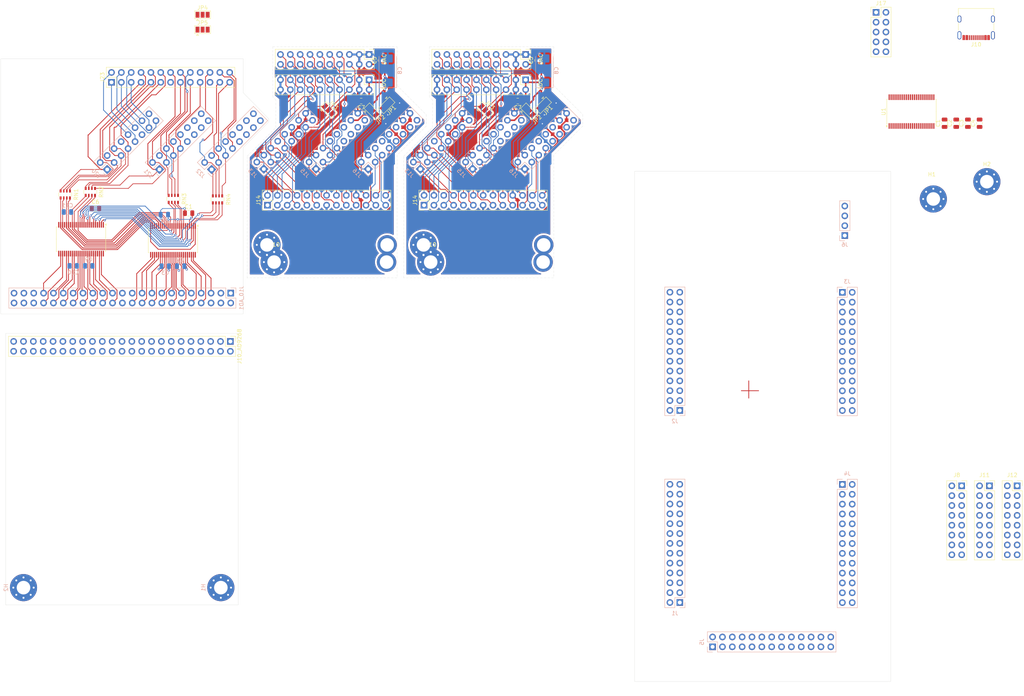
<source format=kicad_pcb>
(kicad_pcb (version 20240108) (generator "pcbnew") (generator_version "8.0")
  (layers (0 "F.Cu" signal) (31 "B.Cu" signal) (34 "B.Paste" user) (35 "F.Paste" user) (36 "B.SilkS" user "B.Silkscreen") (37 "F.SilkS" user "F.Silkscreen") (38 "B.Mask" user) (39 "F.Mask" user) (44 "Edge.Cuts" user))
  (net 0 "")
  (net 1 "/D2_3")
  (net 2 "/D1_4")
  (net 4 "/D3_5")
  (net 5 "/D2_5")
  (net 6 "/D1_1")
  (net 7 "/D3_2")
  (net 8 "/CM_2")
  (net 9 "/D1_3")
  (net 10 "/CM_4")
  (net 11 "/D2_1")
  (net 12 "/D1_2")
  (net 13 "/D2_4")
  (net 14 "/D2_2")
  (net 15 "/CM_1")
  (net 16 "/D3_6")
  (net 17 "/CM_5")
  (net 18 "/D1_5")
  (net 19 "/D3_1")
  (net 20 "/D3_4")
  (net 21 "/D2_6")
  (net 22 "/D1_6")
  (net 23 "/D3_3")
  (net 24 "/CM_3")
  (net 131 "GND")
  (net 132 "+3V3")
  (net 133 "VCC")
  (net 135 "Net-(J10-GND-PadA1)")
  (net 144 "/ADC_B13")
  (net 145 "/ADC_A2")
  (net 146 "/ADC_B7")
  (net 147 "/ADC_B8")
  (net 148 "/ADC_A6")
  (net 149 "/ADC_B14")
  (net 150 "/ADC_A3")
  (net 151 "/ADC_+5V0")
  (net 152 "/ADC_B15")
  (net 153 "/ADC_A15")
  (net 154 "/ADC_A0")
  (net 155 "/ADC_A4")
  (net 156 "/ADC_A8")
  (net 157 "/ADC_ORB")
  (net 158 "/ADC_B10")
  (net 159 "/ADC_SCK")
  (net 160 "/ADC_B1")
  (net 161 "/ADC_CS")
  (net 162 "/ADC_A14")
  (net 163 "/ADC_A1")
  (net 164 "/ADC_ORA")
  (net 165 "/ADC_A7")
  (net 166 "/ADC_B11")
  (net 167 "/ADC_A11")
  (net 168 "/ADC_A10")
  (net 169 "/ADC_B3")
  (net 170 "/ADC_SIO")
  (net 171 "/ADC_DCB")
  (net 172 "/ADC_B2")
  (net 173 "/ADC_A12")
  (net 174 "/ADC_DCA")
  (net 175 "/ADC_A5")
  (net 176 "/ADC_B5")
  (net 177 "/ADC_B9")
  (net 178 "/ADC_A9")
  (net 179 "/ADC_OEB")
  (net 180 "/ADC_PWN")
  (net 181 "/ADC_B4")
  (net 182 "/ADC_B6")
  (net 183 "/ADC_B0")
  (net 184 "/ADC_CLK")
  (net 185 "/ADC_A13")
  (net 186 "/ADC_B12")
  (net 187 "/BA14")
  (net 189 "/BA10")
  (net 190 "/BA0")
  (net 191 "/BA15")
  (net 200 "/BA1")
  (net 203 "/BA4")
  (net 205 "/BA7")
  (net 206 "/BA6")
  (net 209 "/BA13")
  (net 211 "/BA2")
  (net 215 "/BA3")
  (net 218 "/BA9")
  (net 220 "/BA11")
  (net 221 "/BA12")
  (net 223 "/BA8")
  (net 224 "/BA5")
  (net 271 "/3x16p-26p_adapter/CM_B_N3")
  (net 272 "/3x16p-26p_adapter/CM_D_P4")
  (net 273 "/3x16p-26p_adapter/CM_OE_M4")
  (net 274 "/3x16p-26p_adapter/CM_E_N4")
  (net 275 "/3x16p-26p_adapter/D1_2")
  (net 276 "/3x16p-26p_adapter/CM_CLK_M3")
  (net 277 "/3x16p-26p_adapter/CM_C_P3")
  (net 278 "/3x16p-26p_adapter/D1_3")
  (net 279 "/3x16p-26p_adapter/D1_1")
  (net 280 "/3x16p-26p_adapter/CM_A_N5")
  (net 281 "/3x16p-26p_adapter/D1_5")
  (net 282 "/3x16p-26p_adapter/D1_6")
  (net 283 "/3x16p-26p_adapter/D1_4")
  (net 284 "/3x16p-26p_adapter/CM_STB_N1")
  (net 285 "/3x16p-26p_adapter/D3_4")
  (net 286 "/3x16p-26p_adapter/D2_1")
  (net 287 "/3x16p-26p_adapter/D2_4")
  (net 288 "/3x16p-26p_adapter/D2_3")
  (net 289 "/3x16p-26p_adapter/D3_6")
  (net 290 "/3x16p-26p_adapter/D2_2")
  (net 291 "/3x16p-26p_adapter/D3_3")
  (net 292 "/3x16p-26p_adapter/D3_5")
  (net 293 "/3x16p-26p_adapter/D3_2")
  (net 294 "/3x16p-26p_adapter/D2_5")
  (net 295 "/3x16p-26p_adapter/D2_6")
  (net 296 "/3x16p-26p_adapter/D3_1")
  (net 300 "/3x16p-26p_adapter/VCC_J15")
  (net 308 "/3x16p-26p_adapter/VCC_J16")
  (net 315 "/3x16p-26p_adapter/VIN_5V")
  (net 320 "Net-(J18-Pin_6)")
  (net 321 "/3x16p-26p_adapter/VCC_5V")
  (net 322 "/wide_bus_mux/ADC_A1")
  (net 323 "/wide_bus_mux/CM_B_N3")
  (net 324 "/wide_bus_mux/ADC_A10")
  (net 325 "/wide_bus_mux/ADC_A9")
  (net 326 "/wide_bus_mux/CM_C_P3")
  (net 327 "/wide_bus_mux/CM_E_N4")
  (net 328 "/wide_bus_mux/ADC_PWN")
  (net 329 "/wide_bus_mux/ADC_B13")
  (net 330 "/wide_bus_mux/ADC_B4")
  (net 331 "/wide_bus_mux/CM_OE_M4")
  (net 332 "/wide_bus_mux/CM_CLK_M3")
  (net 333 "/wide_bus_mux/CM_A_N5")
  (net 334 "/wide_bus_mux/CM_STB_N1")
  (net 335 "/wide_bus_mux/CM_D_P4")
  (net 337 "/wide_bus_mux/ADC_A7")
  (net 339 "/wide_bus_mux/ADC_B0")
  (net 340 "/wide_bus_mux/ADC_CS")
  (net 342 "/wide_bus_mux/VCC_J15")
  (net 343 "/wide_bus_mux/ADC_A15")
  (net 347 "/wide_bus_mux/ADC_SCK")
  (net 349 "/wide_bus_mux/ADC_A2")
  (net 350 "/wide_bus_mux/D3_5")
  (net 352 "/wide_bus_mux/D3_6")
  (net 353 "/wide_bus_mux/ADC_A6")
  (net 355 "/wide_bus_mux/ADC_B6")
  (net 356 "/wide_bus_mux/VCC_J16")
  (net 359 "/wide_bus_mux/ADC_B5")
  (net 361 "/wide_bus_mux/ADC_OEB")
  (net 364 "/wide_bus_mux/VCC_5V")
  (net 365 "/wide_bus_mux/ADC_A12")
  (net 366 "/wide_bus_mux/ADC_ORB")
  (net 367 "/wide_bus_mux/ADC_B10")
  (net 368 "/wide_bus_mux/ADC_B15")
  (net 369 "/wide_bus_mux/ADC_A5")
  (net 370 "/wide_bus_mux/ADC_B9")
  (net 371 "/wide_bus_mux/ADC_A3")
  (net 372 "/wide_bus_mux/ADC_DCA")
  (net 373 "/wide_bus_mux/ADC_SIO")
  (net 374 "/wide_bus_mux/ADC_DCB")
  (net 375 "/wide_bus_mux/ADC_A4")
  (net 376 "/wide_bus_mux/ADC_A13")
  (net 377 "/wide_bus_mux/ADC_B14")
  (net 378 "/wide_bus_mux/ADC_B3")
  (net 379 "/wide_bus_mux/ADC_A14")
  (net 380 "/wide_bus_mux/ADC_+5V0")
  (net 381 "/wide_bus_mux/ADC_B7")
  (net 382 "/wide_bus_mux/ADC_B12")
  (net 383 "/wide_bus_mux/ADC_ORA")
  (net 384 "/wide_bus_mux/ADC_A8")
  (net 385 "/wide_bus_mux/ADC_CLK")
  (net 386 "/wide_bus_mux/ADC_A11")
  (net 387 "/wide_bus_mux/ADC_B11")
  (net 388 "/wide_bus_mux/ADC_A0")
  (net 389 "/wide_bus_mux/ADC_B1")
  (net 390 "/wide_bus_mux/ADC_B2")
  (net 391 "/wide_bus_mux/ADC_B8")
  (net 392 "/wide_bus_mux/BA4")
  (net 393 "/wide_bus_mux/BA2")
  (net 394 "/wide_bus_mux/BA3")
  (net 395 "/wide_bus_mux/BA1")
  (net 396 "/wide_bus_mux/BA5")
  (net 397 "/wide_bus_mux/BA0")
  (net 398 "/wide_bus_mux/BA7")
  (net 399 "/wide_bus_mux/BA10")
  (net 400 "/wide_bus_mux/BA9")
  (net 401 "/wide_bus_mux/BA11")
  (net 402 "/wide_bus_mux/BA8")
  (net 403 "/wide_bus_mux/BA6")
  (net 404 "/wide_bus_mux/BA15")
  (net 405 "/wide_bus_mux/BA14")
  (net 406 "/wide_bus_mux/BA13")
  (net 407 "/wide_bus_mux/BA12")
  (net 412 "/wide_bus_mux/D1_5")
  (net 413 "/wide_bus_mux/D1_3")
  (net 414 "/wide_bus_mux/D1_4")
  (net 415 "/wide_bus_mux/D1_2")
  (net 416 "/wide_bus_mux/D1_6")
  (net 417 "/wide_bus_mux/D1_1")
  (net 418 "/wide_bus_mux/D2_2")
  (net 419 "/wide_bus_mux/D2_5")
  (net 420 "/wide_bus_mux/D2_4")
  (net 421 "/wide_bus_mux/D2_6")
  (net 422 "/wide_bus_mux/D2_3")
  (net 423 "/wide_bus_mux/D2_1")
  (net 424 "/wide_bus_mux/D3_4")
  (net 425 "/wide_bus_mux/D3_3")
  (net 426 "/wide_bus_mux/D3_2")
  (net 427 "/wide_bus_mux/D3_1")
  (footprint "Capacitor_SMD:C_0805_2012Metric" (layer "F.Cu") (at 152.878155 41.835845 180)
    (property "Reference" "C7")
    (property "Value" "100nF")
  )
  (footprint "Connector_PinHeader_2.54mm:PinHeader_2x13_P2.54mm_Vertical" (layer "F.Cu") (at 128.722755 68.683645 90)
    (property "Reference" "J14")
    (property "Value" "Conn_02x13_Odd_Even" (hide yes))
  )
  (footprint "Connector_PinHeader_2.54mm:PinHeader_2x13_P2.54mm_Vertical" (layer "F.Cu") (at 88.352755 68.682645 90)
    (property "Reference" "J14")
    (property "Value" "Conn_02x13_Odd_Even" (hide yes))
  )
  (footprint "Jumper:SolderJumper-3_P1.3mm_Open_Pad1.0x1.5mm" (layer "F.Cu") (at 71.618155 19.581345)
    (property "Reference" "JP4")
    (property "Value" "Jumper_2_Open")
  )
  (footprint "Connector_PinHeader_2.54mm:PinHeader_2x10_P2.54mm_Vertical" (layer "F.Cu") (at 114.556155 36.352845 -90)
    (property "Reference" "J19" (hide yes))
    (property "Value" "ADC")
  )
  (footprint "Connector_PinHeader_2.54mm:PinHeader_2x10_P2.54mm_Vertical" (layer "F.Cu") (at 154.926155 29.823845 -90)
    (property "Reference" "J18" (hide yes))
    (property "Value" "DAC")
  )
  (footprint "MountingHole:MountingHole_3.5mm_Pad_Via" (layer "F.Cu") (at 88.222155 78.916845)
    (property "Reference" "H6" (hide yes))
    (property "Value" "DAC")
  )
  (footprint "Jumper:SolderJumper-3_P1.3mm_Open_Pad1.0x1.5mm" (layer "F.Cu") (at 159.431355 42.928045 -135)
    (property "Reference" "JP1")
    (property "Value" "Jumper_2_Open" (hide yes))
  )
  (footprint "MountingHole:MountingHole_3.5mm_Pad_Via" (layer "F.Cu") (at 159.426155 83.353845)
    (property "Reference" "H9")
    (property "Value" "ADC" (hide yes))
  )
  (footprint "Capacitor_SMD:C_0805_2012Metric" (layer "F.Cu") (at 117.588155 31.354844 90)
    (property "Reference" "C5")
    (property "Value" "100nF")
  )
  (footprint "Jumper:SolderJumper-3_P1.3mm_Open_Pad1.0x1.5mm" (layer "F.Cu") (at 155.768916 44.472606 -45)
    (property "Reference" "JP2")
    (property "Value" "Jumper_2_Open" (hide yes))
  )
  (footprint "Capacitor_SMD:C_0805_2012Metric" (layer "F.Cu") (at 112.508155 41.834845 180)
    (property "Reference" "C7")
    (property "Value" "100nF")
  )
  (footprint "MountingHole:MountingHole_3.5mm_Pad_Via" (layer "F.Cu") (at 273.84 62.62)
    (property "Reference" "H2")
    (property "Value" "MountingHole")
  )
  (footprint "Connector_PinHeader_2.54mm:PinHeader_2x10_P2.54mm_Vertical" (layer "F.Cu") (at 154.926155 36.353845 -90)
    (property "Reference" "J19" (hide yes))
    (property "Value" "ADC")
  )
  (footprint "MountingHole:MountingHole_3.5mm_Pad_Via" (layer "F.Cu") (at 90.056155 83.352845)
    (property "Reference" "H10")
    (property "Value" "ADC" (hide yes))
  )
  (footprint "Connector_PinHeader_2.54mm:PinHeader_2x23_P2.54mm_Vertical" (layer "F.Cu") (at 78.780411 103.813845 -90)
    (property "Reference" "J10_AD9268")
    (property "Value" "Conn_02x23_Odd_Even")
  )
  (footprint "Jumper:SolderJumper-3_P1.3mm_Open_Pad1.0x1.5mm" (layer "F.Cu") (at 144.470755 44.121845 -45)
    (property "Reference" "JP3")
    (property "Value" "Jumper_3_Open")
  )
  (footprint "Connector_PinHeader_2.54mm:PinHeader_2x13_P2.54mm_Vertical" (layer "F.Cu") (at 48.130411 36.995589 90)
    (property "Reference" "J23")
    (property "Value" "Conn_02x13_Odd_Even")
  )
  (footprint "Connector_PinSocket_2.54mm:PinSocket_2x08_P2.54mm_Vertical" (layer "F.Cu") (at 267.35 141.04)
    (property "Reference" "J8")
    (property "Value" "Conn_02x08_Odd_Even")
  )
  (footprint "Resistor_SMD:R_Array_Convex_4x0603" (layer "F.Cu") (at 42.680411 65.255589 -90)
    (property "Reference" "RN2")
    (property "Value" "R_Pack04")
  )
  (footprint "Connector_PinSocket_2.54mm:PinSocket_2x08_P2.54mm_Vertical" (layer "F.Cu") (at 274.5 141.04)
    (property "Reference" "J11")
    (property "Value" "Conn_02x08_Odd_Even")
  )
  (footprint "Connector_USB:USB_C_Receptacle_G-Switch_GT-USB-7010ASV" (layer "F.Cu") (at 271.076 21.7525 180)
    (property "Reference" "J10")
    (property "Value" "USB_C_Receptacle_USB2.0_16P")
  )
  (footprint "Jumper:SolderJumper-3_P1.3mm_Open_Pad1.0x1.5mm" (layer "F.Cu") (at 119.061355 42.927045 -135)
    (property "Reference" "JP1")
    (property "Value" "Jumper_2_Open" (hide yes))
  )
  (footprint "Capacitor_SMD:C_0805_2012Metric" (layer "F.Cu") (at 157.958155 31.355844 90)
    (property "Reference" "C5")
    (property "Value" "100nF")
  )
  (footprint "Resistor_SMD:R_Array_Convex_4x0603" (layer "F.Cu") (at 75.47 67.18 -90)
    (property "Reference" "RN4")
    (property "Value" "R_Pack04")
  )
  (footprint "Jumper:SolderJumper-3_P1.3mm_Open_Pad1.0x1.5mm" (layer "F.Cu") (at 104.100755 44.120845 -45)
    (property "Reference" "JP3")
    (property "Value" "Jumper_3_Open")
  )
  (footprint "Jumper:SolderJumper-3_P1.3mm_Open_Pad1.0x1.5mm" (layer "F.Cu") (at 71.618155 23.416345)
    (property "Reference" "JP5")
    (property "Value" "Jumper_2_Open")
  )
  (footprint "MountingHole:MountingHole_3.5mm_Pad_Via" (layer "F.Cu") (at 260.035 67.085)
    (property "Reference" "H1")
    (property "Value" "MountingHole")
  )
  (footprint "MountingHole:MountingHole_3.5mm_Pad_Via" (layer "F.Cu") (at 159.580155 78.917845)
    (property "Reference" "H5" (hide yes))
    (property "Value" "DAC")
  )
  (footprint "Capacitor_SMD:C_0805_2012Metric" (layer "F.Cu") (at 68.02 70.74)
    (property "Reference" "C1")
    (property "Value" "100nF")
  )
  (footprint "MountingHole:MountingHole_3.5mm_Pad_Via" (layer "F.Cu") (at 130.426155 83.353845)
    (property "Reference" "H10")
    (property "Value" "ADC" (hide yes))
  )
  (footprint "Capacitor_SMD:C_0805_2012Metric" (layer "F.Cu") (at 262.935 47.55 90)
    (property "Reference" "C1")
    (property "Value" "100nF")
  )
  (footprint "Resistor_SMD:R_Array_Convex_4x0603" (layer "F.Cu") (at 36.211611 65.915789 -90)
    (property "Reference" "RN1")
    (property "Value" "R_Pack04")
  )
  (footprint "Connector_PinHeader_2.54mm:PinHeader_2x10_P2.54mm_Vertical" (layer "F.Cu") (at 114.556155 29.822845 -90)
    (property "Reference" "J18" (hide yes))
    (property "Value" "DAC")
  )
  (footprint "Jumper:SolderJumper-3_P1.3mm_Open_Pad1.0x1.5mm" (layer "F.Cu") (at 115.398916 44.471606 -45)
    (property "Reference" "JP2")
    (property "Value" "Jumper_2_Open" (hide yes))
  )
  (footprint "MountingHole:MountingHole_3.5mm_Pad_Via" (layer "F.Cu") (at 128.592155 78.917845)
    (property "Reference" "H6" (hide yes))
    (property "Value" "DAC")
  )
  (footprint "Capacitor_SMD:C_0805_2012Metric" (layer "F.Cu") (at 268.955 47.55 90)
    (property "Reference" "C3")
    (property "Value" "100nF")
  )
  (footprint "MountingHole:MountingHole_3.5mm_Pad_Via" (layer "F.Cu") (at 119.056155 83.352845)
    (property "Reference" "H9")
    (property "Value" "ADC" (hide yes))
  )
  (footprint "MountingHole:MountingHole_3.5mm_Pad_Via" (layer "F.Cu") (at 119.210155 78.916845)
    (property "Reference" "H5" (hide yes))
    (property "Value" "DAC")
  )
  (footprint "Package_SO:TSSOP-48_6.1x12.5mm_P0.5mm" (layer "F.Cu") (at 63.980411 77.755589 -90)
    (property "Reference" "U2" (hide yes))
    (property "Value" "SN74LVC16373ADGGR")
  )
  (footprint "Capacitor_SMD:C_0805_2012Metric" (layer "F.Cu") (at 271.965 47.55 90)
    (property "Reference" "C4")
    (property "Value" "100nF")
  )
  (footprint "Capacitor_SMD:C_0805_2012Metric" (layer "F.Cu") (at 265.945 47.55 90)
    (property "Reference" "C2")
    (property "Value" "100nF")
  )
  (footprint "Connector_PinHeader_2.54mm:PinHeader_2x05_P2.54mm_Vertical" (layer "F.Cu") (at 245.275 18.955)
    (property "Reference" "J17")
    (property "Value" "Conn_02x05_Odd_Even" (hide yes))
  )
  (footprint "Connector_PinSocket_2.54mm:PinSocket_2x08_P2.54mm_Vertical" (layer "F.Cu") (at 281.65 141.04)
    (property "Reference" "J12")
    (property "Value" "Conn_02x08_Odd_Even")
  )
  (footprint "Package_SO:TSSOP-48_6.1x12.5mm_P0.5mm" (layer "F.Cu") (at 40.280411 77.455589 -90)
    (property "Reference" "U1" (hide yes))
    (property "Value" "SN74LVC16373ADGGR")
  )
  (footprint "Package_SO:TSSOP-48_6.1x12.5mm_P0.5mm" (layer "F.Cu") (at 254.41 44.55 90)
    (property "Reference" "U1")
    (property "Value" "SN74LVC16373ADGGR")
  )
  (footprint "Capacitor_SMD:C_0805_2012Metric" (layer "F.Cu") (at 44 69.53)
    (property "Reference" "C6")
    (property "Value" "100nF")
  )
  (footprint "Resistor_SMD:R_Array_Convex_4x0603" (layer "F.Cu") (at 64.080411 67.055589 -90)
    (property "Reference" "RN3")
    (property "Value" "R_Pack04")
  )
  (footprint "Connector_PinSocket_2.54mm:PinSocket_2x08_P2.54mm_Vertical" (layer "B.Cu") (at 127.774155 59.363845 -45)
    (property "Reference" "J13")
    (property "Value" "Conn_02x08_Odd_Even")
  )
  (footprint "Capacitor_SMD:C_0805_2012Metric" (layer "B.Cu") (at 61.98 84.41)
    (property "Reference" "C3")
    (property "Value" "100nF")
  )
  (footprint "Capacitor_SMD:C_0805_2012Metric" (layer "B.Cu") (at 36.78 70.44 180)
    (property "Reference" "C11")
    (property "Value" "100nF")
  )
  (footprint "Connector_PinSocket_2.54mm:PinSocket_2x13_P2.54mm_Vertical" (layer "B.Cu") (at 236.5818 91.149999 180)
    (property "Reference" "J3")
    (property "Value" "Conn_02x13_Odd_Even")
  )
  (footprint "Connector_PinSocket_2.54mm:PinSocket_2x08_P2.54mm_Vertical" (layer "B.Cu") (at 87.404155 59.362845 -45)
    (property "Reference" "J13")
    (property "Value" "Conn_02x08_Odd_Even")
  )
  (footprint "Connector_PinSocket_2.54mm:PinSocket_2x13_P2.54mm_Vertical" (layer "B.Cu") (at 203.12 182.56 -90)
    (property "Reference" "J5")
    (property "Value" "Conn_02x13_Odd_Even")
  )
  (footprint "Capacitor_SMD:C_0805_2012Metric" (layer "B.Cu") (at 61.76 71.11)
    (property "Reference" "C4")
    (property "Value" "100nF")
  )
  (footprint "Connector_PinSocket_2.54mm:PinSocket_2x08_P2.54mm_Vertical" (layer "B.Cu") (at 47.020411 59.475589 -45)
    (property "Reference" "J20")
    (property "Value" "Conn_02x08_Odd_Even")
  )
  (footprint "Capacitor_Tantalum_SMD:CP_EIA-7343-40_Kemet-Y" (layer "B.Cu") (at 119.366155 33.960845 90)
    (property "Reference" "C8")
    (property "Value" "10v47uF")
  )
  (footprint "MountingHole:MountingHole_3.5mm_Pad_Via" (layer "B.Cu") (at 25.440413 167.295589 -90)
    (property "Reference" "H2")
    (property "Value" "MountingHole")
  )
  (footprint "Connector_PinSocket_2.54mm:PinSocket_2x13_P2.54mm_Vertical" (layer "B.Cu") (at 194.6618 171.13)
    (property "Reference" "J1")
    (property "Value" "Conn_02x13_Odd_Even")
  )
  (footprint "Connector_PinHeader_2.54mm:PinHeader_1x04_P2.54mm_Vertical" (layer "B.Cu") (at 237.2068 76.515)
    (property "Reference" "J6")
    (property "Value" "Conn_01x04")
  )
  (footprint "Capacitor_Tantalum_SMD:CP_EIA-7343-40_Kemet-Y" (layer "B.Cu") (at 159.736155 33.961845 90)
    (property "Reference" "C8")
    (property "Value" "10v47uF")
  )
  (footprint "MountingHole:MountingHole_3.5mm_Pad_Via" (layer "B.Cu") (at 76.325412 167.295589 -90)
    (property "Reference" "H1")
    (property "Value" "MountingHole")
  )
  (footprint "Connector_PinSocket_2.54mm:PinSocket_2x08_P2.54mm_Vertical" (layer "B.Cu") (at 154.698155 59.359845 -45)
    (property "Reference" "J16")
    (property "Value" "Conn_02x08_Odd_Even")
  )
  (footprint "Connector_PinSocket_2.54mm:PinSocket_2x08_P2.54mm_Vertical" (layer "B.Cu") (at 100.866155 59.358845 -45)
    (property "Reference" "J15")
    (property "Value" "Conn_02x08_Odd_Even")
  )
  (footprint "Capacitor_SMD:C_0805_2012Metric" (layer "B.Cu") (at 38.260001 84.33)
    (property "Reference" "C10")
    (property "Value" "100nF")
  )
  (footprint "Connector_PinSocket_2.54mm:PinSocket_2x13_P2.54mm_Vertical" (layer "B.Cu") (at 194.6618 121.6)
    (property "Reference" "J2")
    (property "Value" "Conn_02x13_Odd_Even")
  )
  (footprint "Connector_PinSocket_2.54mm:PinSocket_2x13_P2.54mm_Vertical" (layer "B.Cu") (at 236.5818 140.68 180)
    (property "Reference" "J4")
    (property "Value" "Conn_02x13_Odd_Even")
  )
  (footprint "Connector_PinSocket_2.54mm:PinSocket_2x23_P2.54mm_Vertical" (layer "B.Cu") (at 78.880411 91.355589 90)
    (property "Reference" "J10_AD1")
    (property "Value" "Conn_02x23_Odd_Even")
  )
  (footprint "Capacitor_SMD:C_0805_2012Metric" (layer "B.Cu") (at 65.97 84.4 180)
    (property "Reference" "C2")
    (property "Value" "100nF")
  )
  (footprint "Connector_PinSocket_2.54mm:PinSocket_2x08_P2.54mm_Vertical" (layer "B.Cu") (at 114.328155 59.358845 -45)
    (property "Reference" "J16")
    (property "Value" "Conn_02x08_Odd_Even")
  )
  (footprint "Connector_PinSocket_2.54mm:PinSocket_2x08_P2.54mm_Vertical" (layer "B.Cu") (at 73.948155 59.463845 -45)
    (property "Reference" "J22")
    (property "Value" "Conn_02x08_Odd_Even")
  )
  (footprint "Connector_PinSocket_2.54mm:PinSocket_2x08_P2.54mm_Vertical" (layer "B.Cu") (at 60.500411 59.465589 -45)
    (property "Reference" "J21")
    (property "Value" "Conn_02x08_Odd_Even")
  )
  (footprint "Connector_PinSocket_2.54mm:PinSocket_2x08_P2.54mm_Vertical" (layer "B.Cu") (at 141.236155 59.359845 -45)
    (property "Reference" "J15")
    (property "Value" "Conn_02x08_Odd_Even")
  )
  (footprint "Capacitor_SMD:C_0805_2012Metric" (layer "B.Cu") (at 42.26 84.33 180)
    (property "Reference" "C9")
    (property "Value" "100nF")
  )
  (gr_line (start 212.4418 113.98) (end 212.441801 118.425) (stroke (width 0.2)) (layer "F.Cu"))
  (gr_line (start 210.536799 116.52) (end 214.9818 116.52) (stroke (width 0.2)) (layer "F.Cu"))
  (gr_poly (pts (xy 130.906155 41.583845) (xy 130.126155 40.803845) (xy 130.126155 27.803845) (xy 162.126155 27.803845) (xy 162.126155 37.803845) (xy 169.626155 45.303845) (xy 169.626155 48.303845) (xy 162.126155 55.803845) (xy 162.126155 87.444845) (xy 123.456155 87.444845) (xy 123.456155 56.057845) (xy 130.896155 48.623845)) (stroke (width 0.05) (type dash_dot)) (fill none) (layer "Edge.Cuts"))
  (gr_rect (start 182.9898 59.966) (end 249.0498 191.496) (stroke (width 0.05)) (fill none) (layer "Edge.Cuts"))
  (gr_poly (pts (xy 82.080411 96.735589) (xy 19.600411 96.735589) (xy 19.600411 30.935589) (xy 82.080411 30.935589) (xy 82.080411 39.665589) (xy 88.650411 46.375589) (xy 88.639784 47.244903) (xy 82.080411 53.785589)) (stroke (width 0.05)) (fill none) (layer "Edge.Cuts"))
  (gr_poly (pts (xy 90.536155 41.582845) (xy 89.756155 40.802845) (xy 89.756155 27.802845) (xy 121.756155 27.802845) (xy 121.756155 37.802845) (xy 129.256155 45.302845) (xy 129.256155 48.302845) (xy 121.756155 55.802845) (xy 121.756155 87.443845) (xy 83.086155 87.443845) (xy 83.086155 56.056845) (xy 90.526155 48.622845)) (stroke (width 0.05) (type dash_dot)) (fill none) (layer "Edge.Cuts"))
  (gr_rect (start 20.818155 101.763845) (end 80.808155 171.763845) (stroke (width 0.05)) (fill none) (layer "Edge.Cuts"))
  (segment (start 109.476156 29.822845) (end 114.556155 29.822845) (width 0.4) (layer "F.Cu") (net 131))
  (segment (start 135.476127 50.92964) (end 140.31423 55.767743) (width 0.4) (layer "F.Cu") (net 131))
  (segment (start 160.519514 40.036486) (end 161.281514 40.798486) (width 0.4) (layer "F.Cu") (net 131))
  (segment (start 98.180462 44.994435) (end 98.180462 46.762203) (width 0.4) (layer "F.Cu") (net 131))
  (segment (start 62.730411 74.889589) (end 62.730411 74.04309) (width 0.16) (layer "F.Cu") (net 131))
  (segment (start 60.135697 75.19) (end 62.43 75.19) (width 0.16) (layer "F.Cu") (net 131))
  (segment (start 65.230411 85.240411) (end 65.51 85.52) (width 0.16) (layer "F.Cu") (net 131))
  (segment (start 152.872755 67.433645) (end 151.582755 66.143645) (width 0.4) (layer "F.Cu") (net 131))
  (segment (start 112.016155 36.352845) (end 112.016155 29.822845) (width 0.4) (layer "F.Cu") (net 131))
  (segment (start 163.13236 51.657873) (end 159.228155 47.753668) (width 0.4) (layer "F.Cu") (net 131))
  (segment (start 152.872755 70.278445) (end 152.872755 67.433645) (width 0.4) (layer "F.Cu") (net 131))
  (segment (start 120.636155 54.818612) (end 121.921039 53.533729) (width 0.4) (layer "F.Cu") (net 131))
  (segment (start 163.13236 52.693407) (end 163.13236 51.657873) (width 0.4) (layer "F.Cu") (net 131))
  (segment (start 138.550462 44.995435) (end 138.550462 46.763203) (width 0.4) (layer "F.Cu") (net 131))
  (segment (start 103.592755 68.682645) (end 103.592755 70.511445) (width 0.4) (layer "F.Cu") (net 131))
  (segment (start 152.012462 39.267538) (end 152.386155 38.893845) (width 0.4) (layer "F.Cu") (net 131))
  (segment (start 59.730411 74.043089) (end 59.730411 74.784714) (width 0.16) (layer "F.Cu") (net 131))
  (segment (start 120.128155 30.404845) (end 120.149514 30.426204) (width 0.4) (layer "F.Cu") (net 131))
  (segment (start 135.476127 49.837538) (end 135.476127 50.92964) (width 0.4) (layer "F.Cu") (net 131))
  (segment (start 164.224462 49.118152) (end 164.224462 48.015538) (width 0.4) (layer "F.Cu") (net 131))
  (segment (start 59.730411 74.784714) (end 60.135697 75.19) (width 0.16) (layer "F.Cu") (net 131))
  (segment (start 120.149514 30.426204) (end 120.149514 40.035486) (width 0.4) (layer "F.Cu") (net 131))
  (segment (start 154.926155 29.823845) (end 160.170155 29.823845) (width 0.4) (layer "F.Cu") (net 131))
  (segment (start 112.502755 70.277445) (end 112.502755 67.432645) (width 0.4) (layer "F.Cu") (net 131))
  (segment (start 152.878155 70.283845) (end 152.872755 70.278445) (width 0.4) (layer "F.Cu") (net 131))
  (segment (start 112.508155 70.282845) (end 112.502755 70.277445) (width 0.4) (layer "F.Cu") (net 131))
  (segment (start 159.228155 45.899845) (end 159.736155 45.391845) (width 0.4) (layer "F.Cu") (net 131))
  (segment (start 95.106127 49.836538) (end 95.106127 50.92864) (width 0.4) (layer "F.Cu") (net 131))
  (segment (start 161.006155 68.648012) (end 161.006155 56.313845) (width 0.4) (layer "F.Cu") (net 131))
  (segment (start 140.31423 55.767743) (end 141.236155 55.767743) (width 0.4) (layer "F.Cu") (net 131))
  (segment (start 119.800155 29.822845) (end 120.128155 30.150845) (width 0.4) (layer "F.Cu") (net 131))
  (segment (start 121.921039 53.533729) (end 124.558411 50.896357) (width 0.4) (layer "F.Cu") (net 131))
  (segment (start 124.558411 49.821101) (end 123.854462 49.117152) (width 0.4) (layer "F.Cu") (net 131))
  (segment (start 125.104462 46.764538) (end 125.104462 44.990435) (width 0.4) (layer "F.Cu") (net 131))
  (segment (start 65.230411 74.04309) (end 65.230411 72.300411) (width 0.16) (layer "F.Cu") (net 131))
  (segment (start 65.230411 72.329589) (end 65.22 72.34) (width 0.16) (layer "F.Cu") (net 131))
  (segment (start 152.386155 36.353845) (end 152.386155 29.823845) (width 0.4) (layer "F.Cu") (net 131))
  (segment (start 159.375722 70.278445) (end 161.006155 68.648012) (width 0.4) (layer "F.Cu") (net 131))
  (segment (start 164.224462 48.015538) (end 165.474462 46.765538) (width 0.4) (layer "F.Cu") (net 131))
  (segment (start 99.94423 55.766743) (end 100.866155 55.766743) (width 0.4) (layer "F.Cu") (net 131))
  (segment (start 111.642462 44.990435) (end 111.642462 39.266538) (width 0.4) (layer "F.Cu") (net 131))
  (segment (start 160.170155 29.823845) (end 160.498155 30.151845) (width 0.4) (layer "F.Cu") (net 131))
  (segment (start 120.636155 56.312845) (end 120.636155 54.818612) (width 0.4) (layer "F.Cu") (net 131))
  (segment (start 120.128155 30.150845) (end 120.128155 30.404845) (width 0.4) (layer "F.Cu") (net 131))
  (segment (start 95.106127 50.92864) (end 99.94423 55.766743) (width 0.4) (layer "F.Cu") (net 131))
  (segment (start 68.230411 74.043089) (end 68.230411 72.569589) (width 0.16) (layer "F.Cu") (net 131))
  (segment (start 68.230411 72.569589) (end 69.03 71.77) (width 0.16) (layer "F.Cu") (net 131))
  (segment (start 112.502755 70.277445) (end 119.005722 70.277445) (width 0.4) (layer "F.Cu") (net 131))
  (segment (start 124.558411 50.896357) (end 124.558411 49.821101) (width 0.4) (layer "F.Cu") (net 131))
  (segment (start 119.005722 70.277445) (end 120.636155 68.647012) (width 0.4) (layer "F.Cu") (net 131))
  (segment (start 112.502755 67.432645) (end 111.212755 66.142645) (width 0.4) (layer "F.Cu") (net 131))
  (segment (start 161.281514 40.798486) (end 165.474462 44.991435) (width 0.4) (layer "F.Cu") (net 131))
  (segment (start 121.921039 53.533729) (end 122.76236 52.692407) (width 0.4) (layer "F.Cu") (net 131))
  (segment (start 161.006155 54.819612) (end 162.291039 53.534729) (width 0.4) (layer "F.Cu") (net 131))
  (segment (start 160.519514 30.427204) (end 160.519514 40.036486) (width 0.4) (layer "F.Cu") (net 131))
  (segment (start 159.228155 47.677845) (end 159.228155 45.899845) (width 0.4) (layer "F.Cu") (net 131))
  (segment (start 114.556155 29.822845) (end 119.800155 29.822845) (width 0.4) (layer "F.Cu") (net 131))
  (segment (start 112.016155 38.892845) (end 112.016155 36.352845) (width 0.4) (layer "F.Cu") (net 131))
  (segment (start 152.012462 44.991435) (end 152.012462 39.267538) (width 0.4) (layer "F.Cu") (net 131))
  (segment (start 120.636155 68.647012) (end 120.636155 56.312845) (width 0.4) (layer "F.Cu") (net 131))
  (segment (start 138.550462 46.763203) (end 135.476127 49.837538) (width 0.4) (layer "F.Cu") (net 131))
  (segment (start 118.858155 47.676845) (end 118.858155 45.898845) (width 0.4) (layer "F.Cu") (net 131))
  (segment (start 65.230411 81.468088) (end 65.230411 85.240411) (width 0.16) (layer "F.Cu") (net 131))
  (segment (start 62.730411 74.04309) (end 62.730411 72.449589) (width 0.16) (layer "F.Cu") (net 131))
  (segment (start 62.730411 72.449589) (end 62.76 72.42) (width 0.16) (layer "F.Cu") (net 131))
  (segment (start 165.474462 46.765538) (end 165.474462 44.991435) (width 0.4) (layer "F.Cu") (net 131))
  (segment (start 160.498155 30.405845) (end 160.519514 30.427204) (width 0.4) (layer "F.Cu") (net 131))
  (segment (start 62.730411 85.300411) (end 62.9 85.47) (width 0.16) (layer "F.Cu") (net 131))
  (segment (start 122.76236 51.656873) (end 118.858155 47.752668) (width 0.4) (layer "F.Cu") (net 131))
  (segment (start 152.386155 38.893845) (end 152.386155 36.353845) (width 0.4) (layer "F.Cu") (net 131))
  (segment (start 161.006155 56.313845) (end 161.006155 54.819612) (width 0.4) (layer "F.Cu") (net 131))
  (segment (start 145.512155 72.061845) (end 151.100155 72.061845) (width 0.4) (layer "F.Cu") (net 131))
  (segment (start 164.928411 50.897357) (end 164.928411 49.822101) (width 0.4) (layer "F.Cu") (net 131))
  (segment (start 162.291039 53.534729) (end 164.928411 50.897357) (width 0.4) (layer "F.Cu") (net 131))
  (segment (start 65.230411 72.300411) (end 65.230411 72.329589) (width 0.16) (layer "F.Cu") (net 131))
  (segment (start 164.928411 49.822101) (end 164.224462 49.118152) (width 0.4) (layer "F.Cu") (net 131))
  (segment (start 105.142155 72.060845) (end 110.730155 72.060845) (width 0.4) (layer "F.Cu") (net 131))
  (segment (start 151.100155 72.061845) (end 152.878155 70.283845) (width 0.4) (layer "F.Cu") (net 131))
  (segment (start 143.962755 68.683645) (end 143.962755 70.512445) (width 0.4) (layer "F.Cu") (net 131))
  (segment (start 68.97 71.71) (end 68.97 70.74) (width 0.16) (layer "F.Cu") (net 131))
  (segment (start 159.228155 47.753668) (end 159.228155 47.677845) (width 0.4) (layer "F.Cu") (net 131))
  (segment (start 110.730155 72.060845) (end 112.508155 70.282845) (width 0.4) (layer "F.Cu") (net 131))
  (segment (start 103.592755 70.511445) (end 105.142155 72.060845) (width 0.4) (layer "F.Cu") (net 131))
  (segment (start 118.858155 45.898845) (end 119.366155 45.390845) (width 0.4) (layer "F.Cu") (net 131))
  (segment (start 120.149514 40.035486) (end 120.911514 40.797486) (width 0.4) (layer "F.Cu") (net 131))
  (segment (start 120.911514 40.797486) (end 125.104462 44.990435) (width 0.4) (layer "F.Cu") (net 131))
  (segment (start 123.854462 48.014538) (end 125.104462 46.764538) (width 0.4) (layer "F.Cu") (net 131))
  (segment (start 122.76236 52.692407) (end 122.76236 51.656873) (width 0.4) (layer "F.Cu") (net 131))
  (segment (start 149.846156 29.823845) (end 154.926155 29.823845) (width 0.4) (layer "F.Cu") (net 131))
  (segment (start 111.642462 39.266538) (end 112.016155 38.892845) (width 0.4) (layer "F.Cu") (net 131))
  (segment (start 143.962755 70.512445) (end 145.512155 72.061845) (width 0.4) (layer "F.Cu") (net 131))
  (segment (start 160.498155 30.151845) (end 160.498155 30.405845) (width 0.4) (layer "F.Cu") (net 131))
  (segment (start 62.730411 81.468088) (end 62.730411 85.300411) (width 0.16) (layer "F.Cu") (net 131))
  (segment (start 69.03 71.77) (end 68.97 71.71) (width 0.16) (layer "F.Cu") (net 131))
  (segment (start 118.858155 47.752668) (end 118.858155 47.676845) (width 0.4) (layer "F.Cu") (net 131))
  (segment (start 98.180462 46.762203) (end 95.106127 49.836538) (width 0.4) (layer "F.Cu") (net 131))
  (segment (start 123.854462 49.117152) (end 123.854462 48.014538) (width 0.4) (layer "F.Cu") (net 131))
  (segment (start 62.43 75.19) (end 62.730411 74.889589) (width 0.16) (layer "F.Cu") (net 131))
  (segment (start 162.291039 53.534729) (end 163.13236 52.693407) (width 0.4) (layer "F.Cu") (net 131))
  (segment (start 152.872755 70.278445) (end 159.375722 70.278445) (width 0.4) (layer "F.Cu") (net 131))
  (via (at 119.366155 45.390845) (size 0.6) (drill 0.3) (layers "F.Cu" "B.Cu") (net 131))
  (via (at 62.9 85.47) (size 0.6) (drill 0.3) (layers "F.Cu" "B.Cu") (net 131))
  (via (at 159.736155 45.391845) (size 0.6) (drill 0.3) (layers "F.Cu" "B.Cu") (net 131))
  (via (at 68.669522 71.999522) (size 0.6) (drill 0.3) (layers "F.Cu" "B.Cu") (net 131))
  (via (at 159.228155 47.677845) (size 0.6) (drill 0.3) (layers "F.Cu" "B.Cu") (net 131))
  (via (at 65.51 85.52) (size 0.6) (drill 0.3) (layers "F.Cu" "B.Cu") (net 131))
  (via (at 122.414155 42.342845) (size 0.6) (drill 0.3) (layers "F.Cu" "B.Cu") (net 131))
  (via (at 62.76 72.42) (size 0.6) (drill 0.3) (layers "F.Cu" "B.Cu") (net 131))
  (via (at 65.22 72.34) (size 0.6) (drill 0.3) (layers "F.Cu" "B.Cu") (net 131))
  (via (at 162.784155 42.343845) (size 0.6) (drill 0.3) (layers "F.Cu" "B.Cu") (net 131))
  (via (at 118.858155 47.676845) (size 0.6) (drill 0.3) (layers "F.Cu" "B.Cu") (net 131))
  (segment (start 103.592755 70.765445) (end 103.592755 68.682645) (width 0.4) (layer "B.Cu") (net 131))
  (segment (start 161.006155 70.283845) (end 158.720155 72.569845) (width 0.4) (layer "B.Cu") (net 131))
  (segment (start 118.466309 50.896356) (end 120.994593 53.42464) (width 0.4) (layer "B.Cu") (net 131))
  (segment (start 158.836309 48.069691) (end 158.836309 50.897356) (width 0.4) (layer "B.Cu") (net 131))
  (segment (start 158.720155 72.569845) (end 157.958155 72.569845) (width 0.4) (layer "B.Cu") (net 131))
  (segment (start 154.926155 29.823845) (end 158.710655 29.823845) (width 0.4) (layer "B.Cu") (net 131))
  (segment (start 120.994593 53.42464) (end 120.994593 57.986407) (width 0.4) (layer "B.Cu") (net 131))
  (segment (start 65.22 72.34) (end 62.84 72.34) (width 0.16) (layer "B.Cu") (net 131))
  (segment (start 159.228155 47.677845) (end 158.836309 48.069691) (width 0.4) (layer "B.Cu") (net 131))
  (segment (start 65.22 72.34) (end 68.329044 72.34) (width 0.16) (layer "B.Cu") (net 131))
  (segment (start 159.736155 59.615845) (end 159.736155 60.123845) (width 0.4) (layer "B.Cu") (net 131))
  (segment (start 157.958155 72.569845) (end 157.704155 72.315845) (width 0.4) (layer "B.Cu") (net 131))
  (segment (start 117.334155 72.314845) (end 104.888155 72.314845) (width 0.4) (layer "B.Cu") (net 131))
  (segment (start 161.364593 57.987407) (end 159.736155 59.615845) (width 0.4) (layer "B.Cu") (net 131))
  (segment (start 118.350155 72.568845) (end 117.588155 72.568845) (width 0.4) (layer "B.Cu") (net 131))
  (segment (start 159.736155 45.391845) (end 162.784155 42.343845) (width 0.4) (layer "B.Cu") (net 131))
  (segment (start 117.588155 72.568845) (end 117.334155 72.314845) (width 0.4) (layer "B.Cu") (net 131))
  (segment (start 62.84 72.34) (end 62.76 72.42) (width 0.16) (layer "B.Cu") (net 131))
  (segment (start 161.364593 53.42564) (end 161.364593 57.987407) (width 0.4) (layer "B.Cu") (net 131))
  (segment (start 157.704155 72.315845) (end 145.258155 72.315845) (width 0.4) (layer "B.Cu") (net 131))
  (segment (start 68.329044 72.34) (end 68.669522 71.999522) (width 0.16) (layer "B.Cu") (net 131))
  (segment (start 144.496155 71.299845) (end 143.962755 70.766445) (width 0.4) (layer "B.Cu") (net 131))
  (segment (start 143.962755 70.766445) (end 143.962755 68.683645) (width 0.4) (layer "B.Cu") (net 131))
  (segment (start 120.636155 70.282845) (end 118.350155 72.568845) (width 0.4) (layer "B.Cu") (net 131))
  (segment (start 104.888155 72.314845) (end 104.126155 71.552845) (width 0.4) (layer "B.Cu") (net 131))
  (segment (start 118.858155 47.676845) (end 118.466309 48.068691) (width 0.4) (layer "B.Cu") (net 131))
  (segment (start 120.994593 57.986407) (end 119.366155 59.614845) (width 0.4) (layer "B.Cu") (net 131))
  (segment (start 119.366155 60.122845) (end 120.636155 61.392845) (width 0.4) (layer "B.Cu") (net 131))
  (segment (start 158.710655 29.823845) (end 159.736155 30.849345) (width 0.4) (layer "B.Cu") (net 131))
  (segment (start 119.366155 45.390845) (end 122.414155 42.342845) (width 0.4) (layer "B.Cu") (net 131))
  (segment (start 104.126155 71.552845) (end 104.126155 71.298845) (width 0.4) (layer "B.Cu") (net 131))
  (segment (start 159.736155 60.123845) (end 161.006155 61.393845) (width 0.4) (layer "B.Cu") (net 131))
  (segment (start 120.636155 61.392845) (end 120.636155 70.282845) (width 0.4) (layer "B.Cu") (net 131))
  (segment (start 118.466309 48.068691) (end 118.466309 50.896356) (width 0.4) (layer "B.Cu") (net 131))
  (segment (start 161.006155 61.393845) (end 161.006155 70.283845) (width 0.4) (layer "B.Cu") (net 131))
  (segment (start 119.366155 59.614845) (end 119.366155 60.122845) (width 0.4) (layer "B.Cu") (net 131))
  (segment (start 144.496155 71.553845) (end 144.496155 71.299845) (width 0.4) (layer "B.Cu") (net 131))
  (segment (start 145.258155 72.315845) (end 144.496155 71.553845) (width 0.4) (layer "B.Cu") (net 131))
  (segment (start 104.126155 71.298845) (end 103.592755 70.765445) (width 0.4) (layer "B.Cu") (net 131))
  (segment (start 118.340655 29.822845) (end 119.366155 30.848345) (width 0.4) (layer "B.Cu") (net 131))
  (segment (start 62.76 71.160001) (end 62.709999 71.11) (width 0.16) (layer "B.Cu") (net 131))
  (segment (start 158.836309 50.897356) (end 161.364593 53.42564) (width 0.4) (layer "B.Cu") (net 131))
  (segment (start 62.76 72.42) (end 62.76 71.160001) (width 0.16) (layer "B.Cu") (net 131))
  (segment (start 114.556155 29.822845) (end 118.340655 29.822845) (width 0.4) (layer "B.Cu") (net 131))
  (segment (start 61.230411 72.430411) (end 60.9 72.1) (width 0.16) (layer "F.Cu") (net 132))
  (segment (start 66.730411 81.468089) (end 66.730411 83.770411) (width 0.16) (layer "F.Cu") (net 132))
  (segment (start 67.07 70.74) (end 67.07 69.65) (width 0.16) (layer "F.Cu") (net 132))
  (segment (start 61.230411 74.043089) (end 61.230411 72.430411) (width 0.16) (layer "F.Cu") (net 132))
  (segment (start 61.230411 84.20959) (end 61.230411 81.468089) (width 0.16) (layer "F.Cu") (net 132))
  (segment (start 66.730411 83.770411) (end 67.53 84.57) (width 0.16) (layer "F.Cu") (net 132))
  (segment (start 67.53 84.57) (end 67.53 85.21) (width 0.16) (layer "F.Cu") (net 132))
  (segment (start 67.07 69.65) (end 66.96 69.54) (width 0.16) (layer "F.Cu") (net 132))
  (segment (start 66.730411 71.079589) (end 67.07 70.74) (width 0.16) (layer "F.Cu") (net 132))
  (segment (start 60.36 85.16) (end 61.230411 84.20959) (width 0.16) (layer "F.Cu") (net 132))
  (segment (start 66.730411 74.043089) (end 66.730411 71.079589) (width 0.16) (layer "F.Cu") (net 132))
  (via (at 60.36 85.16) (size 0.6) (drill 0.3) (layers "F.Cu" "B.Cu") (net 132))
  (via (at 60.9 72.1) (size 0.6) (drill 0.3) (layers "F.Cu" "B.Cu") (net 132))
  (via (at 67.53 85.21) (size 0.6) (drill 0.3) (layers "F.Cu" "B.Cu") (net 132))
  (via (at 66.96 69.54) (size 0.6) (drill 0.3) (layers "F.Cu" "B.Cu") (net 132))
  (segment (start 60.9 72.1) (end 60.9 71.199999) (width 0.16) (layer "B.Cu") (net 132))
  (segment (start 60.9 71.199999) (end 60.810001 71.11) (width 0.16) (layer "B.Cu") (net 132))
  (segment (start 66.96 69.54) (end 61.29 69.54) (width 0.16) (layer "B.Cu") (net 132))
  (segment (start 61.29 69.54) (end 60.8 70.03) (width 0.16) (layer "B.Cu") (net 132))
  (segment (start 60.8 70.03) (end 60.8 70.17) (width 0.16) (layer "B.Cu") (net 132))
  (segment (start 60.810001 70.180001) (end 60.810001 71.11) (width 0.16) (layer "B.Cu") (net 132))
  (segment (start 60.8 70.17) (end 60.810001 70.180001) (width 0.16) (layer "B.Cu") (net 132))
  (segment (start 88.352755 61.66536) (end 93.942309 56.075806) (width 0.2) (layer "B.Cu") (net 271))
  (segment (start 92.792309 52.191045) (end 93.942309 53.341045) (width 0.2) (layer "B.Cu") (net 271))
  (segment (start 92.792309 50.382589) (end 92.792309 52.191045) (width 0.2) (layer "B.Cu") (net 271))
  (segment (start 133.162309 52.192045) (end 134.312309 53.342045) (width 0.2) (layer "B.Cu") (net 271))
  (segment (start 133.162309 50.383589) (end 133.162309 52.192045) (width 0.2) (layer "B.Cu") (net 271))
  (segment (start 88.352755 66.142645) (end 88.352755 61.66536) (width 0.2) (layer "B.Cu") (net 271))
  (segment (start 128.722755 66.143645) (end 128.722755 61.66636) (width 0.2) (layer "B.Cu") (net 271))
  (segment (start 93.942309 56.075806) (end 93.942309 53.341045) (width 0.2) (layer "B.Cu") (net 271))
  (segment (start 128.722755 61.66636) (end 134.312309 56.076806) (width 0.2) (layer "B.Cu") (net 271))
  (segment (start 134.312309 56.076806) (end 134.312309 53.342045) (width 0.2) (layer "B.Cu") (net 271))
  (segment (start 90.892755 66.142645) (end 90.892755 60.986445) (width 0.2) (layer "B.Cu") (net 272))
  (segment (start 90.892755 60.986445) (end 96.150555 55.728645) (width 0.2) (layer "B.Cu") (net 272))
  (segment (start 136.520555 55.729645) (end 136.520555 51.776079) (width 0.2) (layer "B.Cu") (net 272))
  (segment (start 131.262755 66.143645) (end 131.262755 60.987445) (width 0.2) (layer "B.Cu") (net 272))
  (segment (start 94.58836 50.212884) (end 94.58836 48.586538) (width 0.2) (layer "B.Cu") (net 272))
  (segment (start 131.262755 60.987445) (end 136.520555 55.729645) (width 0.2) (layer "B.Cu") (net 272))
  (segment (start 96.150555 51.775079) (end 94.58836 50.212884) (width 0.2) (layer "B.Cu") (net 272))
  (segment (start 134.95836 50.213884) (end 134.95836 48.587538) (width 0.2) (layer "B.Cu") (net 272))
  (segment (start 96.150555 55.728645) (end 96.150555 51.775079) (width 0.2) (layer "B.Cu") (net 272))
  (segment (start 136.520555 51.776079) (end 134.95836 50.213884) (width 0.2) (layer "B.Cu") (net 272))
  (segment (start 137.400462 49.063884) (end 137.400462 48.111192) (width 0.2) (layer "B.Cu") (net 273))
  (segment (start 92.111955 60.642475) (end 97.120104 55.634326) (width 0.2) (layer "B.Cu") (net 273))
  (segment (start 132.481955 67.464445) (end 132.481955 60.643475) (width 0.2) (layer "B.Cu") (net 273))
  (segment (start 97.030462 48.110192) (end 98.350168 46.790486) (width 0.2) (layer "B.Cu") (net 273))
  (segment (start 137.490104 51.274244) (end 137.904411 50.859937) (width 0.2) (layer "B.Cu") (net 273))
  (segment (start 97.120104 55.634326) (end 97.120104 51.273244) (width 0.2) (layer "B.Cu") (net 273))
  (segment (start 132.481955 60.643475) (end 137.490104 55.635326) (width 0.2) (layer "B.Cu") (net 273))
  (segment (start 97.030462 49.062884) (end 97.030462 48.110192) (width 0.2) (layer "B.Cu") (net 273))
  (segment (start 98.350168 46.790486) (end 99.976514 46.790486) (width 0.2) (layer "B.Cu") (net 273))
  (segment (start 137.400462 48.111192) (end 138.720168 46.791486) (width 0.2) (layer "B.Cu") (net 273))
  (segment (start 92.111955 67.463445) (end 92.111955 60.642475) (width 0.2) (layer "B.Cu") (net 273))
  (segment (start 97.120104 51.273244) (end 97.534411 50.858937) (width 0.2) (layer "B.Cu") (net 273))
  (segment (start 97.534411 50.858937) (end 97.534411 49.566833) (width 0.2) (layer "B.Cu") (net 273))
  (segment (start 137.904411 50.859937) (end 137.904411 49.567833) (width 0.2) (layer "B.Cu") (net 273))
  (segment (start 131.262755 68.683645) (end 132.481955 67.464445) (width 0.2) (layer "B.Cu") (net 273))
  (segment (start 137.904411 49.567833) (end 137.400462 49.063884) (width 0.2) (layer "B.Cu") (net 273))
  (segment (start 90.892755 68.682645) (end 92.111955 67.463445) (width 0.2) (layer "B.Cu") (net 273))
  (segment (start 138.720168 46.791486) (end 140.346514 46.791486) (width 0.2) (layer "B.Cu") (net 273))
  (segment (start 137.490104 55.635326) (end 137.490104 51.274244) (width 0.2) (layer "B.Cu") (net 273))
  (segment (start 97.534411 49.566833) (end 97.030462 49.062884) (width 0.2) (layer "B.Cu") (net 273))
  (segment (start 93.086155 37.742845) (end 94.236155 38.892845) (width 0.2) (layer "F.Cu") (net 275))
  (segment (start 133.456155 37.743845) (end 134.606155 38.893845) (width 0.2) (layer "F.Cu") (net 275))
  (segment (start 132.066155 32.363845) (end 133.456155 33.753845) (width 0.2) (layer "F.Cu") (net 275))
  (segment (start 95.972755 66.142645) (end 87.396904 57.566794) (width 0.2) (layer "F.Cu") (net 275))
  (segment (start 133.456155 33.753845) (end 133.456155 37.743845) (width 0.2) (layer "F.Cu") (net 275))
  (segment (start 91.696155 32.362845) (end 93.086155 33.752845) (width 0.2) (layer "F.Cu") (net 275))
  (segment (start 93.086155 33.752845) (end 93.086155 37.742845) (width 0.2) (layer "F.Cu") (net 275))
  (segment (start 87.396904 57.566794) (end 85.608104 57.566794) (width 0.2) (layer "F.Cu") (net 275))
  (segment (start 136.342755 66.143645) (end 127.766904 57.567794) (width 0.2) (layer "F.Cu") (net 275))
  (segment (start 127.766904 57.567794) (end 125.978104 57.567794) (width 0.2) (layer "F.Cu") (net 275))
  (segment (start 128.317816 52.048291) (end 128.320735 52.048291) (width 0.2) (layer "B.Cu") (net 275))
  (segment (start 128.320735 52.048291) (end 134.606155 45.762871) (width 0.2) (layer "B.Cu") (net 275))
  (segment (start 85.608104 54.385116) (end 87.947816 52.047291) (width 0.2) (layer "B.Cu") (net 275))
  (segment (start 125.978104 54.386116) (end 128.317816 52.048291) (width 0.2) (layer "B.Cu") (net 275))
  (segment (start 87.950735 52.047291) (end 94.236155 45.761871) (width 0.2) (layer "B.Cu") (net 275))
  (segment (start 94.236155 45.761871) (end 94.236155 38.892845) (width 0.2) (layer "B.Cu") (net 275))
  (segment (start 125.978104 57.567794) (end 125.978104 54.386116) (width 0.2) (layer "B.Cu") (net 275))
  (segment (start 87.947816 52.047291) (end 87.950735 52.047291) (width 0.2) (layer "B.Cu") (net 275))
  (segment (start 134.606155 45.762871) (end 134.606155 38.893845) (width 0.2) (layer "B.Cu") (net 275))
  (segment (start 85.608104 57.566794) (end 85.608104 54.385116) (width 0.2) (layer "B.Cu") (net 275))
  (segment (start 101.47354 48.586538) (end 105.019994 45.040084) (width 0.2) (layer "F.Cu") (net 276))
  (segment (start 98.180462 48.586538) (end 101.47354 48.586538) (width 0.2) (layer "F.Cu") (net 276))
  (segment (start 138.550462 48.587538) (end 141.84354 48.587538) (width 0.2) (layer "F.Cu") (net 276))
  (segment (start 141.84354 48.587538) (end 145.389994 45.041084) (width 0.2) (layer "F.Cu") (net 276))
  (segment (start 97.520104 55.97781) (end 94.822755 58.675159) (width 0.2) (layer "B.Cu") (net 276))
  (segment (start 94.822755 67.292644) (end 93.432754 68.682645) (width 0.2) (layer "B.Cu") (net 276))
  (segment (start 94.822755 58.675159) (end 94.822755 67.292644) (width 0.2) (layer "B.Cu") (net 276))
  (segment (start 135.192755 67.293644) (end 133.802754 68.683645) (width 0.2) (layer "B.Cu") (net 276))
  (segment (start 137.890104 55.97881) (end 135.192755 58.676159) (width 0.2) (layer "B.Cu") (net 276))
  (segment (start 138.550462 55.325338) (end 137.89699 55.97881) (width 0.2) (layer "B.Cu") (net 276))
  (segment (start 137.89699 55.97881) (end 137.890104 55.97881) (width 0.2) (layer "B.Cu") (net 276))
  (segment (start 98.180462 55.324338) (end 97.52699 55.97781) (width 0.2) (layer "B.Cu") (net 276))
  (segment (start 98.180462 48.586538) (end 98.180462 55.324338) (width 0.2) (layer "B.Cu") (net 276))
  (segment (start 97.52699 55.97781) (end 97.520104 55.97781) (width 0.2) (layer "B.Cu") (net 276))
  (segment (start 138.550462 48.587538) (end 138.550462 55.325338) (width 0.2) (layer "B.Cu") (net 276))
  (segment (start 135.192755 58.676159) (end 135.192755 67.293644) (width 0.2) (layer "B.Cu") (net 276))
  (segment (start 136.754411 50.451794) (end 136.754411 50.125589) (width 0.2) (layer "F.Cu") (net 277))
  (segment (start 96.384411 50.450794) (end 96.384411 50.124589) (width 0.2) (layer "F.Cu") (net 277))
  (segment (start 136.754411 50.125589) (end 136.791155 50.088845) (width 0.2) (layer "F.Cu") (net 277))
  (segment (start 96.384411 50.124589) (end 96.421155 50.087845) (width 0.2) (layer "F.Cu") (net 277))
  (segment (start 96.776154 34.160813) (end 96.776154 36.352845) (width 0.2) (layer "F.Cu") (net 278))
  (segment (start 95.386155 30.972845) (end 95.386155 32.770814) (width 0.2) (layer "F.Cu") (net 278))
  (segment (start 137.146154 34.161813) (end 137.146154 36.353845) (width 0.2) (layer "F.Cu") (net 278))
  (segment (start 137.587355 67.388245) (end 138.882755 68.683645) (width 0.2) (layer "F.Cu") (net 278))
  (segment (start 129.570206 57.567794) (end 130.764104 57.567794) (width 0.2) (layer "F.Cu") (net 278))
  (segment (start 94.236155 29.822845) (end 95.386155 30.972845) (width 0.2) (layer "F.Cu") (net 278))
  (segment (start 135.756155 32.771814) (end 137.146154 34.161813) (width 0.2) (layer "F.Cu") (net 278))
  (segment (start 97.217355 64.390045) (end 97.217355 67.387245) (width 0.2) (layer "F.Cu") (net 278))
  (segment (start 130.764104 57.567794) (end 137.587355 64.391045) (width 0.2) (layer "F.Cu") (net 278))
  (segment (start 137.587355 64.391045) (end 137.587355 67.388245) (width 0.2) (layer "F.Cu") (net 278))
  (segment (start 95.386155 32.770814) (end 96.776154 34.160813) (width 0.2) (layer "F.Cu") (net 278))
  (segment (start 90.394104 57.566794) (end 97.217355 64.390045) (width 0.2) (layer "F.Cu") (net 278))
  (segment (start 134.606155 29.823845) (end 135.756155 30.973845) (width 0.2) (layer "F.Cu") (net 278))
  (segment (start 97.217355 67.387245) (end 98.512755 68.682645) (width 0.2) (layer "F.Cu") (net 278))
  (segment (start 135.756155 30.973845) (end 135.756155 32.771814) (width 0.2) (layer "F.Cu") (net 278))
  (segment (start 89.200206 57.566794) (end 90.394104 57.566794) (width 0.2) (layer "F.Cu") (net 278))
  (segment (start 89.200206 55.940448) (end 88.050206 54.790448) (width 0.2) (layer "B.Cu") (net 278))
  (segment (start 138.296155 37.503846) (end 137.146154 36.353845) (width 0.2) (layer "B.Cu") (net 278))
  (segment (start 88.050206 53.24408) (end 97.926155 43.368131) (width 0.2) (layer "B.Cu") (net 278))
  (segment (start 128.420206 53.24508) (end 138.296155 43.369131) (width 0.2) (layer "B.Cu") (net 278))
  (segment (start 97.926155 43.368131) (end 97.926155 37.502846) (width 0.2) (layer "B.Cu") (net 278))
  (segment (start 129.570206 57.567794) (end 129.570206 55.941448) (width 0.2) (layer "B.Cu") (net 278))
  (segment (start 89.200206 57.566794) (end 89.200206 55.940448) (width 0.2) (layer "B.Cu") (net 278))
  (segment (start 128.420206 54.791448) (end 128.420206 53.24508) (width 0.2) (layer "B.Cu") (net 278))
  (segment (start 138.296155 43.369131) (end 138.296155 37.503846) (width 0.2) (layer "B.Cu") (net 278))
  (segment (start 88.050206 54.790448) (end 88.050206 53.24408) (width 0.2) (layer "B.Cu") (net 278))
  (segment (start 129.570206 55.941448) (end 128.420206 54.791448) (width 0.2) (layer "B.Cu") (net 278))
  (segment (start 97.926155 37.502846) (end 96.776154 36.352845) (width 0.2) (layer "B.Cu") (net 278))
  (segment (start 92.634555 64.593245) (end 93.836637 64.593245) (width 0.2) (layer "F.Cu") (net 279))
  (segment (start 135.123555 65.511163) (end 135.123555 67.464445) (width 0.2) (layer "F.Cu") (net 279))
  (segment (start 94.753555 65.510163) (end 94.753555 67.463445) (width 0.2) (layer "F.Cu") (net 279))
  (segment (start 93.086155 31.212845) (end 93.086155 33.131645) (width 0.2) (layer "F.Cu") (net 279))
  (segment (start 134.206637 64.594245) (end 135.123555 65.511163) (width 0.2) (layer "F.Cu") (net 279))
  (segment (start 94.236155 34.281645) (end 94.236155 36.352845) (width 0.2) (layer "F.Cu") (net 279))
  (segment (start 91.696155 29.822845) (end 93.086155 31.212845) (width 0.2) (layer "F.Cu") (net 279))
  (segment (start 134.606155 34.282645) (end 134.606155 36.353845) (width 0.2) (layer "F.Cu") (net 279))
  (segment (start 87.404155 59.362845) (end 92.634555 64.593245) (width 0.2) (layer "F.Cu") (net 279))
  (segment (start 94.753555 67.463445) (end 95.972755 68.682645) (width 0.2) (layer "F.Cu") (net 279))
  (segment (start 127.774155 59.363845) (end 133.004555 64.594245) (width 0.2) (layer "F.Cu") (net 279))
  (segment (start 132.066155 29.823845) (end 133.456155 31.213845) (width 0.2) (layer "F.Cu") (net 279))
  (segment (start 133.456155 33.132645) (end 134.606155 34.282645) (width 0.2) (layer "F.Cu") (net 279))
  (segment (start 135.123555 67.464445) (end 136.342755 68.683645) (width 0.2) (layer "F.Cu") (net 279))
  (segment (start 133.004555 64.594245) (end 134.206637 64.594245) (width 0.2) (layer "F.Cu") (net 279))
  (segment (start 93.836637 64.593245) (end 94.753555 65.510163) (width 0.2) (layer "F.Cu") (net 279))
  (segment (start 133.456155 31.213845) (end 133.456155 33.132645) (width 0.2) (layer "F.Cu") (net 279))
  (segment (start 93.086155 33.131645) (end 94.236155 34.281645) (width 0.2) (layer "F.Cu") (net 279))
  (segment (start 135.756155 37.503845) (end 134.606155 36.353845) (width 0.2) (layer "B.Cu") (net 279))
  (segment (start 95.386155 37.502845) (end 94.236155 36.352845) (width 0.2) (layer "B.Cu") (net 279))
  (segment (start 86.254155 56.247089) (end 86.254155 54.474445) (width 0.2) (layer "B.Cu") (net 279))
  (segment (start 87.404155 57.397089) (end 86.254155 56.247089) (width 0.2) (layer "B.Cu") (net 279))
  (segment (start 127.774155 57.398089) (end 126.624155 56.248089) (width 0.2) (layer "B.Cu") (net 279))
  (segment (start 135.756155 45.343445) (end 135.756155 37.503845) (width 0.2) (layer "B.Cu") (net 279))
  (segment (start 95.386155 45.342445) (end 95.386155 37.502845) (width 0.2) (layer "B.Cu") (net 279))
  (segment (start 127.774155 59.363845) (end 127.774155 57.398089) (width 0.2) (layer "B.Cu") (net 279))
  (segment (start 126.624155 56.248089) (end 126.624155 54.475445) (width 0.2) (layer "B.Cu") (net 279))
  (segment (start 86.254155 54.474445) (end 95.386155 45.342445) (width 0.2) (layer "B.Cu") (net 279))
  (segment (start 87.404155 59.362845) (end 87.404155 57.397089) (width 0.2) (layer "B.Cu") (net 279))
  (segment (start 126.624155 54.475445) (end 135.756155 45.343445) (width 0.2) (layer "B.Cu") (net 279))
  (segment (start 94.58836 56.37644) (end 94.58836 52.17864) (width 0.2) (layer "B.Cu") (net 280))
  (segment (start 89.742755 67.292645) (end 89.742755 61.222045) (width 0.2) (layer "B.Cu") (net 280))
  (segment (start 134.95836 56.37744) (end 134.95836 52.17964) (width 0.2) (layer "B.Cu") (net 280))
  (segment (start 128.722755 68.683645) (end 130.112755 67.293645) (width 0.2) (layer "B.Cu") (net 280))
  (segment (start 130.112755 61.223045) (end 134.95836 56.37744) (width 0.2) (layer "B.Cu") (net 280))
  (segment (start 89.742755 61.222045) (end 94.58836 56.37644) (width 0.2) (layer "B.Cu") (net 280))
  (segment (start 130.112755 67.293645) (end 130.112755 61.223045) (width 0.2) (layer "B.Cu") (net 280))
  (segment (start 88.352755 68.682645) (end 89.742755 67.292645) (width 0.2) (layer "B.Cu") (net 280))
  (segment (start 92.442155 45.898845) (end 97.652598 40.688402) (width 0.2) (layer "F.Cu") (net 281))
  (segment (start 131.196551 53.975691) (end 140.272755 63.051895) (width 0.2) (layer "F.Cu") (net 281))
  (segment (start 97.652598 40.688402) (end 99.169712 40.688402) (width 0.2) (layer "F.Cu") (net 281))
  (segment (start 139.686155 34.338159) (end 139.686155 36.353845) (width 0.2) (layer "F.Cu") (net 281))
  (segment (start 138.296155 32.948159) (end 139.686155 34.338159) (width 0.2) (layer "F.Cu") (net 281))
  (segment (start 129.570206 53.975691) (end 131.196551 53.975691) (width 0.2) (layer "F.Cu") (net 281))
  (segment (start 100.466155 38.149445) (end 99.316155 36.999445) (width 0.2) (layer "F.Cu") (net 281))
  (segment (start 132.812155 45.899845) (end 138.022598 40.689402) (width 0.2) (layer "F.Cu") (net 281))
  (segment (start 89.200206 51.363008) (end 92.442155 48.121059) (width 0.2) (layer "F.Cu") (net 281))
  (segment (start 137.146154 29.823845) (end 138.296155 30.973846) (width 0.2) (layer "F.Cu") (net 281))
  (segment (start 129.570206 53.975691) (end 129.570206 51.364008) (width 0.2) (layer "F.Cu") (net 281))
  (segment (start 89.200206 53.974691) (end 90.826551 53.974691) (width 0.2) (layer "F.Cu") (net 281))
  (segment (start 140.555712 39.673402) (end 140.836155 39.39296) (width 0.2) (layer "F.Cu") (net 281))
  (segment (start 140.272755 67.533645) (end 141.422755 68.683645) (width 0.2) (layer "F.Cu") (net 281))
  (segment (start 132.812155 48.122059) (end 132.812155 45.899845) (width 0.2) (layer "F.Cu") (net 281))
  (segment (start 99.902755 63.050895) (end 99.902755 67.532645) (width 0.2) (layer "F.Cu") (net 281))
  (segment (start 99.169712 40.688402) (end 100.185712 39.672402) (width 0.2) (layer "F.Cu") (net 281))
  (segment (start 129.570206 51.364008) (end 132.812155 48.122059) (width 0.2) (layer "F.Cu") (net 281))
  (segment (start 89.200206 53.974691) (end 89.200206 51.363008) (width 0.2) (layer "F.Cu") (net 281))
  (segment (start 99.316155 36.999445) (end 99.316155 36.352845) (width 0.2) (layer "F.Cu") (net 281))
  (segment (start 140.836155 38.150445) (end 139.686155 37.000445) (width 0.2) (layer "F.Cu") (net 281))
  (segment (start 92.442155 48.121059) (end 92.442155 45.898845) (width 0.2) (layer "F.Cu") (net 281))
  (segment (start 99.902755 67.532645) (end 101.052755 68.682645) (width 0.2) (layer "F.Cu") (net 281))
  (segment (start 99.316155 34.337159) (end 99.316155 36.352845) (width 0.2) (layer "F.Cu") (net 281))
  (segment (start 100.466155 39.39196) (end 100.466155 38.149445) (width 0.2) (layer "F.Cu") (net 281))
  (segment (start 138.296155 30.973846) (end 138.296155 32.948159) (width 0.2) (layer "F.Cu") (net 281))
  (segment (start 97.926155 32.947159) (end 99.316155 34.337159) (width 0.2) (layer "F.Cu") (net 281))
  (segment (start 97.926155 30.972846) (end 97.926155 32.947159) (width 0.2) (layer "F.Cu") (net 281))
  (segment (start 140.272755 63.051895) (end 140.272755 67.533645) (width 0.2) (layer "F.Cu") (net 281))
  (segment (start 139.686155 37.000445) (end 139.686155 36.353845) (width 0.2) (layer "F.Cu") (net 281))
  (segment (start 90.826551 53.974691) (end 99.902755 63.050895) (width 0.2) (layer "F.Cu") (net 281))
  (segment (start 139.539712 40.689402) (end 140.555712 39.673402) (width 0.2) (layer "F.Cu") (net 281))
  (segment (start 140.836155 39.39296) (end 140.836155 38.150445) (width 0.2) (layer "F.Cu") (net 281))
  (segment (start 100.185712 39.672402) (end 100.466155 39.39196) (width 0.2) (layer "F.Cu") (net 281))
  (segment (start 96.776154 29.822845) (end 97.926155 30.972846) (width 0.2) (layer "F.Cu") (net 281))
  (segment (start 138.022598 40.689402) (end 139.539712 40.689402) (width 0.2) (layer "F.Cu") (net 281))
  (segment (start 91.642309 50.858935) (end 91.642309 49.486591) (width 0.2) (layer "F.Cu") (net 282))
  (segment (start 137.146155 32.363845) (end 138.296154 33.513844) (width 0.2) (layer "F.Cu") (net 282))
  (segment (start 97.926154 33.512844) (end 97.926154 37.502844) (width 0.2) (layer "F.Cu") (net 282))
  (segment (start 96.776155 32.362845) (end 97.926154 33.512844) (width 0.2) (layer "F.Cu") (net 282))
  (segment (start 133.162309 52.009935) (end 132.012309 50.859935) (width 0.2) (layer "F.Cu") (net 282))
  (segment (start 93.458155 46.660845) (end 98.792155 41.326845) (width 0.2) (layer "F.Cu") (net 282))
  (segment (start 132.012309 50.859935) (end 132.012309 49.487591) (width 0.2) (layer "F.Cu") (net 282))
  (segment (start 133.828155 46.661845) (end 139.162155 41.327845) (width 0.2) (layer "F.Cu") (net 282))
  (segment (start 101.052755 62.235137) (end 101.052755 66.142645) (width 0.2) (layer "F.Cu") (net 282))
  (segment (start 97.926154 37.502844) (end 99.316155 38.892845) (width 0.2) (layer "F.Cu") (net 282))
  (segment (start 133.828155 47.671745) (end 133.828155 46.661845) (width 0.2) (layer "F.Cu") (net 282))
  (segment (start 139.162155 41.327845) (end 140.432155 41.327845) (width 0.2) (layer "F.Cu") (net 282))
  (segment (start 133.162309 53.975691) (end 133.162309 52.009935) (width 0.2) (layer "F.Cu") (net 282))
  (segment (start 138.296154 33.513844) (end 138.296154 37.503844) (width 0.2) (layer "F.Cu") (net 282))
  (segment (start 141.422755 62.236137) (end 141.422755 66.143645) (width 0.2) (layer "F.Cu") (net 282))
  (segment (start 92.792309 53.974691) (end 92.792309 52.008935) (width 0.2) (layer "F.Cu") (net 282))
  (segment (start 132.012309 49.487591) (end 133.828155 47.671745) (width 0.2) (layer "F.Cu") (net 282))
  (segment (start 138.296154 37.503844) (end 139.686155 38.893845) (width 0.2) (layer "F.Cu") (net 282))
  (segment (start 133.162309 53.975691) (end 141.422755 62.236137) (width 0.2) (layer "F.Cu") (net 282))
  (segment (start 98.792155 41.326845) (end 100.062155 41.326845) (width 0.2) (layer "F.Cu") (net 282))
  (segment (start 92.792309 52.008935) (end 91.642309 50.858935) (width 0.2) (layer "F.Cu") (net 282))
  (segment (start 91.642309 49.486591) (end 93.458155 47.670745) (width 0.2) (layer "F.Cu") (net 282))
  (segment (start 92.792309 53.974691) (end 101.052755 62.235137) (width 0.2) (layer "F.Cu") (net 282))
  (segment (start 93.458155 47.670745) (end 93.458155 46.660845) (width 0.2) (layer "F.Cu") (net 282))
  (via (at 140.432155 41.327845) (size 0.6) (drill 0.3) (layers "F.Cu" "B.Cu") (net 282))
  (via (at 100.062155 41.326845) (size 0.6) (drill 0.3) (layers "F.Cu" "B.Cu") (net 282))
  (segment (start 100.062155 41.072845) (end 99.316155 40.326845) (width 0.2) (layer "B.Cu") (net 282))
  (segment (start 140.432155 41.073845) (end 139.686155 40.327845) (width 0.2) (layer "B.Cu") (net 282))
  (segment (start 100.062155 41.326845) (end 100.062155 41.072845) (width 0.2) (layer "B.Cu") (net 282))
  (segment (start 140.432155 41.327845) (end 140.432155 41.073845) (width 0.2) (layer "B.Cu") (net 282))
  (segment (start 139.686155 40.327845) (end 139.686155 38.893845) (width 0.2) (layer "B.Cu") (net 282))
  (segment (start 99.316155 40.326845) (end 99.316155 38.892845) (width 0.2) (layer "B.Cu") (net 282))
  (segment (start 135.996154 37.743844) (end 135.996154 33.577499) (width 0.2) (layer "F.Cu") (net 283))
  (segment (start 98.512755 63.287241) (end 90.996257 55.770743) (width 0.2) (layer "F.Cu") (net 283))
  (segment (start 128.254367 52.114161) (end 128.254367 54.286198) (width 0.2) (layer "F.Cu") (net 283))
  (segment (start 137.146155 38.893845) (end 132.088355 43.951645) (width 0.2) (layer "F.Cu") (net 283))
  (segment (start 91.718355 43.950645) (end 91.718355 48.279173) (width 0.2) (layer "F.Cu") (net 283))
  (segment (start 87.884367 52.113161) (end 87.884367 54.285198) (width 0.2) (layer "F.Cu") (net 283))
  (segment (start 137.146155 38.893845) (end 135.996154 37.743844) (width 0.2) (layer "F.Cu") (net 283))
  (segment (start 135.996154 33.577499) (end 134.7825 32.363845) (width 0.2) (layer "F.Cu") (net 283))
  (segment (start 95.626154 33.576499) (end 94.4125 32.362845) (width 0.2) (layer "F.Cu") (net 283))
  (segment (start 96.776155 38.892845) (end 91.718355 43.950645) (width 0.2) (layer "F.Cu") (net 283))
  (segment (start 132.088355 43.951645) (end 132.088355 48.280173) (width 0.2) (layer "F.Cu") (net 283))
  (segment (start 89.369912 55.770743) (end 90.996257 55.770743) (width 0.2) (layer "F.Cu") (net 283))
  (segment (start 91.718355 48.279173) (end 87.884367 52.113161) (width 0.2) (layer "F.Cu") (net 283))
  (segment (start 129.739912 55.771743) (end 131.366257 55.771743) (width 0.2) (layer "F.Cu") (net 283))
  (segment (start 128.254367 54.286198) (end 129.739912 55.771743) (width 0.2) (layer "F.Cu") (net 283))
  (segment (start 87.884367 54.285198) (end 89.369912 55.770743) (width 0.2) (layer "F.Cu") (net 283))
  (segment (start 94.4125 32.362845) (end 94.236155 32.362845) (width 0.2) (layer "F.Cu") (net 283))
  (segment (start 132.088355 48.280173) (end 128.254367 52.114161) (width 0.2) (layer "F.Cu") (net 283))
  (segment (start 96.776155 38.892845) (end 95.626154 37.742844) (width 0.2) (layer "F.Cu") (net 283))
  (segment (start 95.626154 37.742844) (end 95.626154 33.576499) (width 0.2) (layer "F.Cu") (net 283))
  (segment (start 138.882755 63.288241) (end 131.366257 55.771743) (width 0.2) (layer "F.Cu") (net 283))
  (segment (start 98.512755 66.142645) (end 98.512755 63.287241) (width 0.2) (layer "F.Cu") (net 283))
  (segment (start 138.882755 66.143645) (end 138.882755 63.288241) (width 0.2) (layer "F.Cu") (net 283))
  (segment (start 134.7825 32.363845) (end 134.606155 32.363845) (width 0.2) (layer "F.Cu") (net 283))
  (segment (start 96.384411 45.004589) (end 98.187394 43.201606) (width 0.2) (layer "F.Cu") (net 284))
  (segment (start 136.754411 45.005589) (end 138.557394 43.202606) (width 0.2) (layer "F.Cu") (net 284))
  (segment (start 98.187394 43.201606) (end 103.181516 43.201606) (width 0.2) (layer "F.Cu") (net 284))
  (segment (start 96.384411 46.790486) (end 96.384411 45.004589) (width 0.2) (layer "F.Cu") (net 284))
  (segment (start 138.557394 43.202606) (end 143.551516 43.202606) (width 0.2) (layer "F.Cu") (net 284))
  (segment (start 136.754411 46.791486) (end 136.754411 45.005589) (width 0.2) (layer "F.Cu") (net 284))
  (segment (start 116.292755 66.142645) (end 117.282755 65.152645) (width 0.2) (layer "F.Cu") (net 285))
  (segment (start 117.282755 65.152645) (end 117.282755 56.404245) (width 0.2) (layer "F.Cu") (net 285))
  (segment (start 116.292755 65.482245) (end 116.191155 65.380645) (width 0.2) (layer "F.Cu") (net 285))
  (segment (start 117.282755 56.404245) (end 117.920257 55.766743) (width 0.2) (layer "F.Cu") (net 285))
  (segment (start 157.652755 56.405245) (end 158.290257 55.767743) (width 0.2) (layer "F.Cu") (net 285))
  (segment (start 157.652755 65.153645) (end 157.652755 56.405245) (width 0.2) (layer "F.Cu") (net 285))
  (segment (start 156.662755 65.483245) (end 156.561155 65.381645) (width 0.2) (layer "F.Cu") (net 285))
  (segment (start 156.662755 66.143645) (end 157.652755 65.153645) (width 0.2) (layer "F.Cu") (net 285))
  (segment (start 99.316155 29.822845) (end 100.466155 30.972845) (width 0.2) (layer "F.Cu") (net 286))
  (segment (start 100.466155 30.972845) (end 100.466155 32.891645) (width 0.2) (layer "F.Cu") (net 286))
  (segment (start 142.226155 34.282645) (end 142.226155 36.353845) (width 0.2) (layer "F.Cu") (net 286))
  (segment (start 103.592755 62.085445) (end 100.866155 59.358845) (width 0.2) (layer "F.Cu") (net 286))
  (segment (start 103.592755 66.142645) (end 103.592755 62.085445) (width 0.2) (layer "F.Cu") (net 286))
  (segment (start 140.836155 30.973845) (end 140.836155 32.892645) (width 0.2) (layer "F.Cu") (net 286))
  (segment (start 140.836155 32.892645) (end 142.226155 34.282645) (width 0.2) (layer "F.Cu") (net 286))
  (segment (start 143.962755 62.086445) (end 141.236155 59.359845) (width 0.2) (layer "F.Cu") (net 286))
  (segment (start 101.856155 34.281645) (end 101.856155 36.352845) (width 0.2) (layer "F.Cu") (net 286))
  (segment (start 143.962755 66.143645) (end 143.962755 62.086445) (width 0.2) (layer "F.Cu") (net 286))
  (segment (start 100.466155 32.891645) (end 101.856155 34.281645) (width 0.2) (layer "F.Cu") (net 286))
  (segment (start 139.686155 29.823845) (end 140.836155 30.973845) (width 0.2) (layer "F.Cu") (net 286))
  (segment (start 99.716155 52.086845) (end 99.716155 56.582499) (width 0.2) (layer "B.Cu") (net 286))
  (segment (start 141.236155 57.733499) (end 141.236155 59.359845) (width 0.2) (layer "B.Cu") (net 286))
  (segment (start 101.856155 36.352845) (end 103.135555 37.632245) (width 0.2) (layer "B.Cu") (net 286))
  (segment (start 143.505555 48.668445) (end 140.086155 52.087845) (width 0.2) (layer "B.Cu") (net 286))
  (segment (start 99.716155 56.582499) (end 100.866155 57.732499) (width 0.2) (layer "B.Cu") (net 286))
  (segment (start 140.086155 56.583499) (end 141.236155 57.733499) (width 0.2) (layer "B.Cu") (net 286))
  (segment (start 143.505555 37.633245) (end 143.505555 48.668445) (width 0.2) (layer "B.Cu") (net 286))
  (segment (start 100.866155 57.732499) (end 100.866155 59.358845) (width 0.2) (layer "B.Cu") (net 286))
  (segment (start 142.226155 36.353845) (end 143.505555 37.633245) (width 0.2) (layer "B.Cu") (net 286))
  (segment (start 103.135555 37.632245) (end 103.135555 48.667445) (width 0.2) (layer "B.Cu") (net 286))
  (segment (start 140.086155 52.087845) (end 140.086155 56.583499) (width 0.2) (layer "B.Cu") (net 286))
  (segment (start 103.135555 48.667445) (end 99.716155 52.086845) (width 0.2) (layer "B.Cu") (net 286))
  (segment (start 142.226155 32.363845) (end 143.616155 33.753845) (width 0.2) (layer "F.Cu") (net 287))
  (segment (start 143.616155 33.753845) (end 143.616155 37.178159) (width 0.2) (layer "F.Cu") (net 287))
  (segment (start 104.396155 38.327159) (end 104.396155 38.892845) (width 0.2) (layer "F.Cu") (net 287))
  (segment (start 147.892755 67.533645) (end 147.892755 58.832241) (width 0.2) (layer "F.Cu") (net 287))
  (segment (start 144.766155 38.328159) (end 144.766155 38.893845) (width 0.2) (layer "F.Cu") (net 287))
  (segment (start 107.522755 58.831241) (end 104.458257 55.766743) (width 0.2) (layer "F.Cu") (net 287))
  (segment (start 103.246155 33.752845) (end 103.246155 37.177159) (width 0.2) (layer "F.Cu") (net 287))
  (segment (start 107.522755 67.532645) (end 107.522755 58.831241) (width 0.2) (layer "F.Cu") (net 287))
  (segment (start 108.672755 68.682645) (end 107.522755 67.532645) (width 0.2) (layer "F.Cu") (net 287))
  (segment (start 149.042755 68.683645) (end 147.892755 67.533645) (width 0.2) (layer "F.Cu") (net 287))
  (segment (start 143.616155 37.178159) (end 144.766155 38.328159) (width 0.2) (layer "F.Cu") (net 287))
  (segment (start 147.892755 58.832241) (end 144.828257 55.767743) (width 0.2) (layer "F.Cu") (net 287))
  (segment (start 103.246155 37.177159) (end 104.396155 38.327159) (width 0.2) (layer "F.Cu") (net 287))
  (segment (start 101.856155 32.362845) (end 103.246155 33.752845) (width 0.2) (layer "F.Cu") (net 287))
  (segment (start 143.678257 52.991396) (end 144.828257 54.141396) (width 0.2) (layer "B.Cu") (net 287))
  (segment (start 104.396155 48.667445) (end 103.308257 49.755343) (width 0.2) (layer "B.Cu") (net 287))
  (segment (start 144.828257 54.141396) (end 144.828257 55.767743) (width 0.2) (layer "B.Cu") (net 287))
  (segment (start 144.766155 48.668445) (end 143.678257 49.756343) (width 0.2) (layer "B.Cu") (net 287))
  (segment (start 103.308257 49.755343) (end 103.308257 52.990396) (width 0.2) (layer "B.Cu") (net 287))
  (segment (start 104.458257 54.140396) (end 104.458257 55.766743) (width 0.2) (layer "B.Cu") (net 287))
  (segment (start 104.396155 48.667445) (end 104.396155 38.892845) (width 0.2) (layer "B.Cu") (net 287))
  (segment (start 144.766155 48.668445) (end 144.766155 38.893845) (width 0.2) (layer "B.Cu") (net 287))
  (segment (start 103.308257 52.990396) (end 104.458257 54.140396) (width 0.2) (layer "B.Cu") (net 287))
  (segment (start 143.678257 49.756343) (end 143.678257 52.991396) (width 0.2) (layer "B.Cu") (net 287))
  (segment (start 144.766155 34.308045) (end 144.766155 36.353845) (width 0.2) (layer "F.Cu") (net 288))
  (segment (start 143.376155 30.973845) (end 143.376155 32.918045) (width 0.2) (layer "F.Cu") (net 288))
  (segment (start 103.006155 30.972845) (end 103.006155 32.917045) (width 0.2) (layer "F.Cu") (net 288))
  (segment (start 145.916155 37.503845) (end 144.766155 36.353845) (width 0.2) (layer "F.Cu") (net 288))
  (segment (start 104.396155 34.307045) (end 104.396155 36.352845) (width 0.2) (layer "F.Cu") (net 288))
  (segment (start 103.006155 32.917045) (end 104.396155 34.307045) (width 0.2) (layer "F.Cu") (net 288))
  (segment (start 143.376155 32.918045) (end 144.766155 34.308045) (width 0.2) (layer "F.Cu") (net 288))
  (segment (start 106.132755 61.033343) (end 106.132755 66.142645) (width 0.2) (layer "F.Cu") (net 288))
  (segment (start 102.662206 57.562794) (end 106.132755 61.033343) (width 0.2) (layer "F.Cu") (net 288))
  (segment (start 143.032206 57.563794) (end 146.502755 61.034343) (width 0.2) (layer "F.Cu") (net 288))
  (segment (start 146.502755 61.034343) (end 146.502755 66.143645) (width 0.2) (layer "F.Cu") (net 288))
  (segment (start 105.546155 37.502845) (end 104.396155 36.352845) (width 0.2) (layer "F.Cu") (net 288))
  (segment (start 145.916155 39.370191) (end 145.916155 37.503845) (width 0.2) (layer "F.Cu") (net 288))
  (segment (start 142.226155 29.823845) (end 143.376155 30.973845) (width 0.2) (layer "F.Cu") (net 288))
  (segment (start 101.856155 29.822845) (end 103.006155 30.972845) (width 0.2) (layer "F.Cu") (net 288))
  (segment (start 105.546155 39.369191) (end 105.546155 37.502845) (width 0.2) (layer "F.Cu") (net 288))
  (segment (start 145.978257 51.359883) (end 145.461355 50.842981) (width 0.2) (layer "B.Cu") (net 288))
  (segment (start 105.104309 54.447037) (end 105.104309 53.154934) (width 0.2) (layer "B.Cu") (net 288))
  (segment (start 102.662206 57.562794) (end 104.288552 57.562794) (width 0.2) (layer "B.Cu") (net 288))
  (segment (start 105.546155 37.502845) (end 105.546155 46.256845) (width 0.2) (layer "B.Cu") (net 288))
  (segment (start 145.461355 46.712645) (end 145.461355 48.998645) (width 0.2) (layer "B.Cu") (net 288))
  (segment (start 144.658552 57.563794) (end 145.994755 56.227591) (width 0.2) (layer "B.Cu") (net 288))
  (segment (start 104.396155 36.352845) (end 105.546155 37.502845) (width 0.2) (layer "B.Cu") (net 288))
  (segment (start 105.091355 50.841981) (end 105.091355 48.997645) (width 0.2) (layer "B.Cu") (net 288))
  (segment (start 144.766155 36.353845) (end 145.916155 37.503845) (width 0.2) (layer "B.Cu") (net 288))
  (segment (start 105.091355 46.711645) (end 105.091355 48.997645) (width 0.2) (layer "B.Cu") (net 288))
  (segment (start 105.104309 53.154934) (end 105.608257 52.650986) (width 0.2) (layer "B.Cu") (net 288))
  (segment (start 145.978257 52.651986) (end 145.978257 51.359883) (width 0.2) (layer "B.Cu") (net 288))
  (segment (start 145.461355 50.842981) (end 145.461355 48.998645) (width 0.2) (layer "B.Cu") (net 288))
  (segment (start 104.288552 57.562794) (end 105.624755 56.226591) (width 0.2) (layer "B.Cu") (net 288))
  (segment (start 105.608257 51.358883) (end 105.091355 50.841981) (width 0.2) (layer "B.Cu") (net 288))
  (segment (start 143.032206 57.563794) (end 144.658552 57.563794) (width 0.2) (layer "B.Cu") (net 288))
  (segment (start 105.546155 46.256845) (end 105.091355 46.711645) (width 0.2) (layer "B.Cu") (net 288))
  (segment (start 105.624755 56.226591) (end 105.624755 54.967483) (width 0.2) (layer "B.Cu") (net 288))
  (segment (start 145.474309 53.155934) (end 145.978257 52.651986) (width 0.2) (layer "B.Cu") (net 288))
  (segment (start 145.474309 54.448037) (end 145.474309 53.155934) (width 0.2) (layer "B.Cu") (net 288))
  (segment (start 145.994755 56.227591) (end 145.994755 54.968483) (width 0.2) (layer "B.Cu") (net 288))
  (segment (start 105.608257 52.650986) (end 105.608257 51.358883) (width 0.2) (layer "B.Cu") (net 288))
  (segment (start 145.916155 46.257845) (end 145.461355 46.712645) (width 0.2) (layer "B.Cu") (net 288))
  (segment (start 145.916155 37.503845) (end 145.916155 46.257845) (width 0.2) (layer "B.Cu") (net 288))
  (segment (start 105.624755 54.967483) (end 105.104309 54.447037) (width 0.2) (layer "B.Cu") (net 288))
  (segment (start 145.994755 54.968483) (end 145.474309 54.448037) (width 0.2) (layer "B.Cu") (net 288))
  (segment (start 159.202755 66.143645) (end 160.086309 65.260091) (width 0.2) (layer "F.Cu") (net 289))
  (segment (start 160.086309 65.260091) (end 160.086309 53.971691) (width 0.2) (layer "F.Cu") (net 289))
  (segment (start 119.716309 65.259091) (end 119.716309 53.970691) (width 0.2) (layer "F.Cu") (net 289))
  (segment (start 118.832755 66.142645) (end 119.716309 65.259091) (width 0.2) (layer "F.Cu") (net 289))
  (segment (start 143.436355 67.293645) (end 142.572755 66.430045) (width 0.2) (layer "F.Cu") (net 290))
  (segment (start 141.076155 37.743845) (end 142.226155 38.893845) (width 0.2) (layer "F.Cu") (net 290))
  (segment (start 141.076155 33.753845) (end 141.076155 37.743845) (width 0.2) (layer "F.Cu") (net 290))
  (segment (start 103.066355 67.292645) (end 102.202755 66.429045) (width 0.2) (layer "F.Cu") (net 290))
  (segment (start 146.502756 68.683645) (end 145.112756 67.293645) (width 0.2) (layer "F.Cu") (net 290))
  (segment (start 102.202755 66.429045) (end 102.202755 62.365045) (width 0.2) (layer "F.Cu") (net 290))
  (segment (start 139.686155 32.363845) (end 141.076155 33.753845) (width 0.2) (layer "F.Cu") (net 290))
  (segment (start 99.070104 59.232394) (end 99.070104 57.562794) (width 0.2) (layer "F.Cu") (net 290))
  (segment (start 104.742756 67.292645) (end 103.066355 67.292645) (width 0.2) (layer "F.Cu") (net 290))
  (segment (start 99.316155 32.362845) (end 100.706155 33.752845) (width 0.2) (layer "F.Cu") (net 290))
  (segment (start 145.112756 67.293645) (end 143.436355 67.293645) (width 0.2) (layer "F.Cu") (net 290))
  (segment (start 100.706155 33.752845) (end 100.706155 37.742845) (width 0.2) (layer "F.Cu") (net 290))
  (segment (start 142.572755 62.366045) (end 139.440104 59.233394) (width 0.2) (layer "F.Cu") (net 290))
  (segment (start 102.202755 62.365045) (end 99.070104 59.232394) (width 0.2) (layer "F.Cu") (net 290))
  (segment (start 139.440104 59.233394) (end 139.440104 57.563794) (width 0.2) (layer "F.Cu") (net 290))
  (segment (start 106.132756 68.682645) (end 104.742756 67.292645) (width 0.2) (layer "F.Cu") (net 290))
  (segment (start 100.706155 37.742845) (end 101.856155 38.892845) (width 0.2) (layer "F.Cu") (net 290))
  (segment (start 142.572755 66.430045) (end 142.572755 62.366045) (width 0.2) (layer "F.Cu") (net 290))
  (segment (start 139.440104 57.563794) (end 139.440104 51.260696) (width 0.2) (layer "B.Cu") (net 290))
  (segment (start 142.226155 48.474645) (end 142.226155 38.893845) (width 0.2) (layer "B.Cu") (net 290))
  (segment (start 101.856155 48.473645) (end 101.856155 38.892845) (width 0.2) (layer "B.Cu") (net 290))
  (segment (start 139.440104 51.260696) (end 142.226155 48.474645) (width 0.2) (layer "B.Cu") (net 290))
  (segment (start 99.070104 57.562794) (end 99.070104 51.259696) (width 0.2) (layer "B.Cu") (net 290))
  (segment (start 99.070104 51.259696) (end 101.856155 48.473645) (width 0.2) (layer "B.Cu") (net 290))
  (segment (start 156.494206 63.238794) (end 155.512755 64.220245) (width 0.2) (layer "B.Cu") (net 291))
  (segment (start 116.124206 57.562794) (end 116.124206 63.237794) (width 0.2) (layer "B.Cu") (net 291))
  (segment (start 115.142755 67.532646) (end 116.292754 68.682645) (width 0.2) (layer "B.Cu") (net 291))
  (segment (start 116.124206 63.237794) (end 115.142755 64.219245) (width 0.2) (layer "B.Cu") (net 291))
  (segment (start 155.512755 64.220245) (end 155.512755 67.533646) (width 0.2) (layer "B.Cu") (net 291))
  (segment (start 115.142755 64.219245) (end 115.142755 67.532646) (width 0.2) (layer "B.Cu") (net 291))
  (segment (start 155.512755 67.533646) (end 156.662754 68.683645) (width 0.2) (layer "B.Cu") (net 291))
  (segment (start 156.494206 57.563794) (end 156.494206 63.238794) (width 0.2) (layer "B.Cu") (net 291))
  (segment (start 117.682755 57.494997) (end 117.682755 67.532645) (width 0.2) (layer "B.Cu") (net 292))
  (segment (start 156.494206 55.937448) (end 158.052755 57.495997) (width 0.2) (layer "B.Cu") (net 292))
  (segment (start 116.124206 53.970691) (end 116.124206 55.936448) (width 0.2) (layer "B.Cu") (net 292))
  (segment (start 156.494206 53.971691) (end 156.494206 55.937448) (width 0.2) (layer "B.Cu") (net 292))
  (segment (start 158.052755 57.495997) (end 158.052755 67.533645) (width 0.2) (layer "B.Cu") (net 292))
  (segment (start 117.682755 67.532645) (end 118.832755 68.682645) (width 0.2) (layer "B.Cu") (net 292))
  (segment (start 116.124206 55.936448) (end 117.682755 57.494997) (width 0.2) (layer "B.Cu") (net 292))
  (segment (start 158.052755 67.533645) (end 159.202755 68.683645) (width 0.2) (layer "B.Cu") (net 292))
  (segment (start 112.532104 64.921994) (end 112.532104 57.562794) (width 0.2) (layer "F.Cu") (net 293))
  (segment (start 113.752755 66.142645) (end 112.532104 64.921994) (width 0.2) (layer "F.Cu") (net 293))
  (segment (start 154.122755 66.143645) (end 152.902104 64.922994) (width 0.2) (layer "F.Cu") (net 293))
  (segment (start 152.902104 64.922994) (end 152.902104 57.563794) (width 0.2) (layer "F.Cu") (net 293))
  (segment (start 156.383355 34.088845) (end 147.442555 34.088845) (width 0.2) (layer "B.Cu") (net 293))
  (segment (start 112.532104 52.047096) (end 117.181755 47.397445) (width 0.2) (layer "B.Cu") (net 293))
  (segment (start 106.894755 33.910045) (end 106.936155 33.868645) (width 0.2) (layer "B.Cu") (net 293))
  (segment (start 116.013355 34.087845) (end 107.072555 34.087845) (width 0.2) (layer "B.Cu") (net 293))
  (segment (start 147.264755 33.911045) (end 147.306155 33.869645) (width 0.2) (layer "B.Cu") (net 293))
  (segment (start 112.532104 57.562794) (end 112.532104 52.047096) (width 0.2) (layer "B.Cu") (net 293))
  (segment (start 157.551755 35.257245) (end 156.383355 34.088845) (width 0.2) (layer "B.Cu") (net 293))
  (segment (start 152.902104 52.048096) (end 157.551755 47.398445) (width 0.2) (layer "B.Cu") (net 293))
  (segment (start 117.181755 35.256245) (end 116.013355 34.087845) (width 0.2) (layer "B.Cu") (net 293))
  (segment (start 157.551755 47.398445) (end 157.551755 35.257245) (width 0.2) (layer "B.Cu") (net 293))
  (segment (start 117.181755 47.397445) (end 117.181755 35.256245) (width 0.2) (layer "B.Cu") (net 293))
  (segment (start 107.072555 34.087845) (end 106.894755 33.910045) (width 0.2) (layer "B.Cu") (net 293))
  (segment (start 147.306155 33.869645) (end 147.306155 32.363845) (width 0.2) (layer "B.Cu") (net 293))
  (segment (start 106.936155 33.868645) (end 106.936155 32.362845) (width 0.2) (layer "B.Cu") (net 293))
  (segment (start 147.442555 34.088845) (end 147.264755 33.911045) (width 0.2) (layer "B.Cu") (net 293))
  (segment (start 152.902104 57.563794) (end 152.902104 52.048096) (width 0.2) (layer "B.Cu") (net 293))
  (segment (start 143.032206 53.971691) (end 143.032206 50.437194) (width 0.2) (layer "F.Cu") (net 294))
  (segment (start 143.032206 50.437194) (end 148.585555 44.883845) (width 0.2) (layer "F.Cu") (net 294))
  (segment (start 105.546155 30.972845) (end 105.546155 32.839191) (width 0.2) (layer "F.Cu") (net 294))
  (segment (start 108.215555 44.882845) (end 108.215555 42.571445) (width 0.2) (layer "F.Cu") (net 294))
  (segment (start 144.658551 53.971691) (end 149.042755 58.355895) (width 0.2) (layer "F.Cu") (net 294))
  (segment (start 102.662206 53.970691) (end 102.662206 50.436194) (width 0.2) (layer "F.Cu") (net 294))
  (segment (start 147.306155 34.230191) (end 147.306155 36.353845) (width 0.2) (layer "F.Cu") (net 294))
  (segment (start 145.916155 32.840191) (end 147.306155 34.230191) (width 0.2) (layer "F.Cu") (net 294))
  (segment (start 104.396155 29.822845) (end 105.546155 30.972845) (width 0.2) (layer "F.Cu") (net 294))
  (segment (start 102.662206 53.970691) (end 104.288551 53.970691) (width 0.2) (layer "F.Cu") (net 294))
  (segment (start 106.936155 34.229191) (end 106.936155 36.352845) (width 0.2) (layer "F.Cu") (net 294))
  (segment (start 148.585555 44.883845) (end 148.585555 42.572445) (width 0.2) (layer "F.Cu") (net 294))
  (segment (start 104.288551 53.970691) (end 108.672755 58.354895) (width 0.2) (layer "F.Cu") (net 294))
  (segment (start 108.672755 58.354895) (end 108.672755 66.142645) (width 0.2) (layer "F.Cu") (net 294))
  (segment (start 102.662206 50.436194) (end 108.215555 44.882845) (width 0.2) (layer "F.Cu") (net 294))
  (segment (start 149.042755 58.355895) (end 149.042755 66.143645) (width 0.2) (layer "F.Cu") (net 294))
  (segment (start 145.916155 30.973845) (end 145.916155 32.840191) (width 0.2) (layer "F.Cu") (net 294))
  (segment (start 144.766155 29.823845) (end 145.916155 30.973845) (width 0.2) (layer "F.Cu") (net 294))
  (segment (start 143.032206 53.971691) (end 144.658551 53.971691) (width 0.2) (layer "F.Cu") (net 294))
  (segment (start 105.546155 32.839191) (end 106.936155 34.229191) (width 0.2) (layer "F.Cu") (net 294))
  (via (at 148.585555 42.572445) (size 0.6) (drill 0.3) (layers "F.Cu" "B.Cu") (net 294))
  (via (at 108.215555 42.571445) (size 0.6) (drill 0.3) (layers "F.Cu" "B.Cu") (net 294))
  (segment (start 108.215555 42.571445) (end 108.215555 37.632245) (width 0.2) (layer "B.Cu") (net 294))
  (segment (start 148.585555 37.633245) (end 147.306155 36.353845) (width 0.2) (layer "B.Cu") (net 294))
  (segment (start 108.215555 37.632245) (end 106.936155 36.352845) (width 0.2) (layer "B.Cu") (net 294))
  (segment (start 148.585555 42.572445) (end 148.585555 37.633245) (width 0.2) (layer "B.Cu") (net 294))
  (segment (start 110.062755 57.779137) (end 110.062755 67.532645) (width 0.2) (layer "F.Cu") (net 295))
  (segment (start 145.95724 36.979244) (end 147.306155 38.328159) (width 0.2) (layer "F.Cu") (net 295))
  (segment (start 110.062755 67.532645) (end 111.212755 68.682645) (width 0.2) (layer "F.Cu") (net 295))
  (segment (start 106.936155 38.327159) (end 106.936155 38.892845) (width 0.2) (layer "F.Cu") (net 295))
  (segment (start 150.432755 67.533645) (end 151.582755 68.683645) (width 0.2) (layer "F.Cu") (net 295))
  (segment (start 105.58724 36.978244) (end 106.936155 38.327159) (width 0.2) (layer "F.Cu") (net 295))
  (segment (start 150.432755 57.780137) (end 150.432755 67.533645) (width 0.2) (layer "F.Cu") (net 295))
  (segment (start 104.396155 32.362845) (end 105.58724 33.55393) (width 0.2) (layer "F.Cu") (net 295))
  (segment (start 144.766155 32.363845) (end 145.95724 33.55493) (width 0.2) (layer "F.Cu") (net 295))
  (segment (start 106.254309 53.970691) (end 110.062755 57.779137) (width 0.2) (layer "F.Cu") (net 295))
  (segment (start 147.306155 38.328159) (end 147.306155 38.893845) (width 0.2) (layer "F.Cu") (net 295))
  (segment (start 106.869355 38.959645) (end 106.936155 38.892845) (width 0.2) (layer "F.Cu") (net 295))
  (segment (start 105.58724 33.55393) (end 105.58724 36.978244) (width 0.2) (layer "F.Cu") (net 295))
  (segment (start 145.95724 33.55493) (end 145.95724 36.979244) (width 0.2) (layer "F.Cu") (net 295))
  (segment (start 146.624309 53.971691) (end 150.432755 57.780137) (width 0.2) (layer "F.Cu") (net 295))
  (segment (start 147.239355 38.960645) (end 147.306155 38.893845) (width 0.2) (layer "F.Cu") (net 295))
  (segment (start 106.894755 49.053279) (end 106.894755 48.032445) (width 0.2) (layer "B.Cu") (net 295))
  (segment (start 147.264755 48.033445) (end 147.306155 47.992045) (width 0.2) (layer "B.Cu") (net 295))
  (segment (start 107.529755 50.729489) (end 107.529755 49.688279) (width 0.2) (layer "B.Cu") (net 295))
  (segment (start 106.894755 48.032445) (end 106.936155 47.991045) (width 0.2) (layer "B.Cu") (net 295))
  (segment (start 147.264755 49.054279) (end 147.264755 48.033445) (width 0.2) (layer "B.Cu") (net 295))
  (segment (start 147.899755 50.730489) (end 147.899755 49.689279) (width 0.2) (layer "B.Cu") (net 295))
  (segment (start 106.254309 53.970691) (end 106.254309 52.004935) (width 0.2) (layer "B.Cu") (net 295))
  (segment (start 146.624309 52.005935) (end 147.899755 50.730489) (width 0.2) (layer "B.Cu") (net 295))
  (segment (start 106.936155 47.991045) (end 106.936155 38.892845) (width 0.2) (layer "B.Cu") (net 295))
  (segment (start 147.306155 47.992045) (end 147.306155 38.893845) (width 0.2) (layer "B.Cu") (net 295))
  (segment (start 106.254309 52.004935) (end 107.529755 50.729489) (width 0.2) (layer "B.Cu") (net 295))
  (segment (start 146.624309 53.971691) (end 146.624309 52.005935) (width 0.2) (layer "B.Cu") (net 295))
  (segment (start 107.529755 49.688279) (end 106.894755 49.053279) (width 0.2) (layer "B.Cu") (net 295))
  (segment (start 147.899755 49.689279) (end 147.264755 49.054279) (width 0.2) (layer "B.Cu") (net 295))
  (segment (start 155.299196 67.507204) (end 154.122755 68.683645) (width 0.2) (layer "F.Cu") (net 296))
  (segment (start 154.698155 59.359845) (end 155.299196 59.960886) (width 0.2) (layer "F.Cu") (net 296))
  (segment (start 148.456155 30.973845) (end 148.456155 34.963844) (width 0.2) (layer "F.Cu") (net 296))
  (segment (start 108.086155 34.962844) (end 109.476156 36.352845) (width 0.2) (layer "F.Cu") (net 296))
  (segment (start 114.328155 59.358845) (end 114.929196 59.959886) (width 0.2) (layer "F.Cu") (net 296))
  (segment (start 155.299196 59.960886) (end 155.299196 67.507204) (width 0.2) (layer "F.Cu") (net 296))
  (segment (start 147.306155 29.823845) (end 148.456155 30.973845) (width 0.2) (layer "F.Cu") (net 296))
  (segment (start 108.086155 30.972845) (end 108.086155 34.962844) (width 0.2) (layer "F.Cu") (net 296))
  (segment (start 114.929196 59.959886) (end 114.929196 67.506204) (width 0.2) (layer "F.Cu") (net 296))
  (segment (start 148.456155 34.963844) (end 149.846156 36.353845) (width 0.2) (layer "F.Cu") (net 296))
  (segment (start 114.929196 67.506204) (end 113.752755 68.682645) (width 0.2) (layer "F.Cu") (net 296))
  (segment (start 106.936155 29.822845) (end 108.086155 30.972845) (width 0.2) (layer "F.Cu") (net 296))
  (segment (start 111.382104 58.03914) (end 111.382104 52.435096) (width 0.2) (layer "B.Cu") (net 296))
  (segment (start 156.611955 44.579045) (end 156.688155 44.502845) (width 0.2) (layer "B.Cu") (net 296))
  (segment (start 116.318155 35.814845) (end 115.124555 34.621245) (width 0.2) (layer "B.Cu") (net 296))
  (segment (start 111.207756 34.621245) (end 109.476156 36.352845) (width 0.2) (layer "B.Cu") (net 296))
  (segment (start 115.124555 34.621245) (end 111.207756 34.621245) (width 0.2) (layer "B.Cu") (net 296))
  (segment (start 116.241955 47.575245) (end 116.241955 44.578045) (width 0.2) (layer "B.Cu") (net 296))
  (segment (start 156.688155 44.502845) (end 156.688155 35.815845) (width 0.2) (layer "B.Cu") (net 296))
  (segment (start 151.752104 58.04014) (end 151.752104 52.436096) (width 0.2) (layer "B.Cu") (net 296))
  (segment (start 111.382104 52.435096) (end 116.241955 47.575245) (width 0.2) (layer "B.Cu") (net 296))
  (segment (start 156.611955 47.576245) (end 156.611955 44.579045) (width 0.2) (layer "B.Cu") (net 296))
  (segment (start 151.577756 34.622245) (end 149.846156 36.353845) (width 0.2) (layer "B.Cu") (net 296))
  (segment (start 155.494555 34.622245) (end 151.577756 34.622245) (width 0.2) (layer "B.Cu") (net 296))
  (segment (start 116.318155 44.501845) (end 116.318155 35.814845) (width 0.2) (layer "B.Cu") (net 296))
  (segment (start 154.698155 59.359845) (end 153.071809 59.359845) (width 0.2) (layer "B.Cu") (net 296))
  (segment (start 156.688155 35.815845) (end 155.494555 34.622245) (width 0.2) (layer "B.Cu") (net 296))
  (segment (start 151.752104 52.436096) (end 156.611955 47.576245) (width 0.2) (layer "B.Cu") (net 296))
  (segment (start 112.701809 59.358845) (end 111.382104 58.03914) (width 0.2) (layer "B.Cu") (net 296))
  (segment (start 116.241955 44.578045) (end 116.318155 44.501845) (width 0.2) (layer "B.Cu") (net 296))
  (segment (start 153.071809 59.359845) (end 151.752104 58.04014) (width 0.2) (layer "B.Cu") (net 296))
  (segment (start 114.328155 59.358845) (end 112.701809 59.358845) (width 0.2) (layer "B.Cu") (net 296))
  (segment (start 153.436388 45.391845) (end 154.849677 45.391845) (width 0.4) (layer "F.Cu") (net 300))
  (segment (start 152.040747 46.787486) (end 153.436388 45.391845) (width 0.4) (layer "F.Cu") (net 300))
  (segment (start 114.479677 45.390845) (end 115.398916 44.471606) (width 0.4) (layer "F.Cu") (net 300))
  (segment (start 111.670747 46.786486) (end 113.066388 45.390845) (width 0.4) (layer "F.Cu") (net 300))
  (segment (start 150.216411 46.787486) (end 152.040747 46.787486) (width 0.4) (layer "F.Cu") (net 300))
  (segment (start 154.849677 45.391845) (end 155.768916 44.472606) (width 0.4) (layer "F.Cu") (net 300))
  (segment (start 113.066388 45.390845) (end 114.479677 45.390845) (width 0.4) (layer "F.Cu") (net 300))
  (segment (start 109.846411 46.786486) (end 111.670747 46.786486) (width 0.4) (layer "F.Cu") (net 300))
  (segment (start 122.920796 46.786486) (end 123.308411 46.786486) (width 0.4) (layer "F.Cu") (net 308))
  (segment (start 163.290796 46.787486) (end 163.678411 46.787486) (width 0.4) (layer "F.Cu") (net 308))
  (segment (start 119.061355 42.927045) (end 122.920796 46.786486) (width 0.4) (layer "F.Cu") (net 308))
  (segment (start 159.431355 42.928045) (end 163.290796 46.787486) (width 0.4) (layer "F.Cu") (net 308))
  (segment (start 110.866155 33.752845) (end 110.866155 37.502845) (width 0.2) (layer "F.Cu") (net 320))
  (segment (start 109.328755 38.892845) (end 109.476155 38.892845) (width 0.2) (layer "F.Cu") (net 320))
  (segment (start 149.846155 32.363845) (end 151.236155 33.753845) (width 0.2) (layer "F.Cu") (net 320))
  (segment (start 110.866155 37.502845) (end 109.476155 38.892845) (width 0.2) (layer "F.Cu") (net 320))
  (segment (start 109.476155 32.362845) (end 110.866155 33.752845) (width 0.2) (layer "F.Cu") (net 320))
  (segment (start 104.100755 44.120845) (end 109.328755 38.892845) (width 0.2) (layer "F.Cu") (net 320))
  (segment (start 149.698755 38.893845) (end 149.846155 38.893845) (width 0.2) (layer "F.Cu") (net 320))
  (segment (start 151.236155 33.753845) (end 151.236155 37.503845) (width 0.2) (layer "F.Cu") (net 320))
  (segment (start 151.236155 37.503845) (end 149.846155 38.893845) (width 0.2) (layer "F.Cu") (net 320))
  (segment (start 144.470755 44.121845) (end 149.698755 38.893845) (width 0.2) (layer "F.Cu") (net 320))
  (segment (start 149.846155 39.584645) (end 149.846155 38.893845) (width 0.2) (layer "B.Cu") (net 320))
  (segment (start 109.476155 39.583645) (end 109.476155 38.892845) (width 0.2) (layer "B.Cu") (net 320))
  (segment (start 158.974155 37.517845) (end 158.974155 38.787845) (width 0.4) (layer "F.Cu") (net 321))
  (segment (start 115.212155 37.008845) (end 114.556155 36.352845) (width 0.4) (layer "F.Cu") (net 321))
  (segment (start 157.958155 33.453845) (end 158.974155 34.469845) (width 0.4) (layer "F.Cu") (net 321))
  (segment (start 114.556155 38.892845) (end 114.556155 40.736844) (width 0.4) (layer "F.Cu") (net 321))
  (segment (start 118.604155 34.468845) (end 118.604155 35.484845) (width 0.4) (layer "F.Cu") (net 321))
  (segment (start 118.096155 37.008845) (end 118.604155 37.516845) (width 0.4) (layer "F.Cu") (net 321))
  (segment (start 118.604155 38.786845) (end 116.572155 40.818845) (width 0.4) (layer "F.Cu") (net 321))
  (segment (start 114.556155 40.736844) (end 113.458154 41.834845) (width 0.4) (layer "F.Cu") (net 321))
  (segment (start 158.974155 38.787845) (end 156.942155 40.819845) (width 0.4) (layer "F.Cu") (net 321))
  (segment (start 118.604155 36.500845) (end 118.096155 37.008845) (width 0.4) (layer "F.Cu") (net 321))
  (segment (start 157.958155 32.305843) (end 157.958155 33.453845) (width 0.4) (layer "F.Cu") (net 321))
  (segment (start 114.479677 43.552367) (end 116.572155 41.459889) (width 0.4) (layer "F.Cu") (net 321))
  (segment (start 158.466155 37.009845) (end 158.974155 37.517845) (width 0.4) (layer "F.Cu") (net 321))
  (segment (start 156.942155 41.460889) (end 156.942155 40.819845) (width 0.4) (layer "F.Cu") (net 321))
  (segment (start 118.096155 37.008845) (end 115.212155 37.008845) (width 0.4) (layer "F.Cu") (net 321))
  (segment (start 116.572155 41.459889) (end 116.572155 40.818845) (width 0.4) (layer "F.Cu") (net 321))
  (segment (start 114.620755 38.892845) (end 114.556155 38.892845) (width 0.4) (layer "F.Cu") (net 321))
  (segment (start 158.974155 34.469845) (end 158.974155 35.485845) (width 0.4) (layer "F.Cu") (net 321))
  (segment (start 118.604155 37.516845) (end 118.604155 38.786845) (width 0.4) (layer "F.Cu") (net 321))
  (segment (start 157.900153 32.363845) (end 157.958155 32.305843) (width 0.4) (layer "F.Cu") (net 321))
  (segment (start 114.556155 32.362845) (end 117.530153 32.362845) (width 0.4) (layer "F.Cu") (net 321))
  (segment (start 117.530153 32.362845) (end 117.588155 32.304843) (width 0.4) (layer "F.Cu") (net 321))
  (segment (start 160.350594 42.008806) (end 158.974155 40.632367) (width 0.4) (layer "F.Cu") (net 321))
  (segment (start 158.974155 35.485845) (end 158.974155 36.501845) (width 0.4) (layer "F.Cu") (net 321))
  (segment (start 154.849677 43.553367) (end 156.942155 41.460889) (width 0.4) (layer "F.Cu") (net 321))
  (segment (start 154.926155 38.893845) (end 154.926155 40.737844) (width 0.4) (layer "F.Cu") (net 321))
  (segment (start 158.974155 36.501845) (end 158.466155 37.009845) (width 0.4) (layer "F.Cu") (net 321))
  (segment (start 154.926155 38.893845) (end 154.926155 36.353845) (width 0.4) (layer "F.Cu") (net 321))
  (segment (start 154.990755 38.893845) (end 154.926155 38.893845) (width 0.4) (layer "F.Cu") (net 321))
  (segment (start 114.556155 38.892845) (end 114.556155 36.352845) (width 0.4) (layer "F.Cu") (net 321))
  (segment (start 158.466155 37.009845) (end 155.582155 37.009845) (width 0.4) (layer "F.Cu") (net 321))
  (segment (start 117.588155 32.304843) (end 117.588155 33.452845) (width 0.4) (layer "F.Cu") (net 321))
  (segment (start 117.588155 33.452845) (end 118.604155 34.468845) (width 0.4) (layer "F.Cu") (net 321))
  (segment (start 155.582155 37.009845) (end 154.926155 36.353845) (width 0.4) (layer "F.Cu") (net 321))
  (segment (start 154.926155 40.737844) (end 153.828154 41.835845) (width 0.4) (layer "F.Cu") (net 321))
  (segment (start 118.604155 35.484845) (end 118.604155 36.500845) (width 0.4) (layer "F.Cu") (net 321))
  (segment (start 119.980594 42.007806) (end 118.604155 40.631367) (width 0.4) (layer "F.Cu") (net 321))
  (segment (start 158.974155 40.632367) (end 158.974155 38.787845) (width 0.4) (layer "F.Cu") (net 321))
  (segment (start 118.604155 40.631367) (end 118.604155 38.786845) (width 0.4) (layer "F.Cu") (net 321))
  (segment (start 154.926155 32.363845) (end 157.900153 32.363845) (width 0.4) (layer "F.Cu") (net 321))
  (via (at 118.604155 35.484845) (size 0.6) (drill 0.3) (layers "F.Cu" "B.Cu") (net 321))
  (via (at 118.096155 37.008845) (size 0.6) (drill 0.3) (layers "F.Cu" "B.Cu") (net 321))
  (via (at 158.974155 38.787845) (size 0.6) (drill 0.3) (layers "F.Cu" "B.Cu") (net 321))
  (via (at 158.466155 37.009845) (size 0.6) (drill 0.3) (layers "F.Cu" "B.Cu") (net 321))
  (via (at 158.974155 35.485845) (size 0.6) (drill 0.3) (layers "F.Cu" "B.Cu") (net 321))
  (via (at 118.604155 38.786845) (size 0.6) (drill 0.3) (layers "F.Cu" "B.Cu") (net 321))
  (segment (start 119.366155 37.073345) (end 119.366155 36.246845) (width 0.4) (layer "B.Cu") (net 321))
  (segment (start 119.366155 37.073345) (end 119.366155 38.024845) (width 0.4) (layer "B.Cu") (net 321))
  (segment (start 119.366155 36.246845) (end 118.604155 35.484845) (width 0.4) (layer "B.Cu") (net 321))
  (segment (start 159.736155 37.074345) (end 159.736155 38.025845) (width 0.4) (layer "B.Cu") (net 321))
  (segment (start 159.736155 38.025845) (end 158.974155 38.787845) (width 0.4) (layer "B.Cu") (net 321))
  (segment (start 119.366155 38.024845) (end 118.604155 38.786845) (width 0.4) (layer "B.Cu") (net 321))
  (segment (start 159.736155 36.247845) (end 158.974155 35.485845) (width 0.4) (layer "B.Cu") (net 321))
  (segment (start 159.736155 37.074345) (end 158.530655 37.074345) (width 0.4) (layer "B.Cu") (net 321))
  (segment (start 158.530655 37.074345) (end 158.466155 37.009845) (width 0.4) (layer "B.Cu") (net 321))
  (segment (start 159.736155 37.074345) (end 159.736155 36.247845) (width 0.4) (layer "B.Cu") (net 321))
  (segment (start 119.366155 37.073345) (end 118.160655 37.073345) (width 0.4) (layer "B.Cu") (net 321))
  (segment (start 118.160655 37.073345) (end 118.096155 37.008845) (width 0.4) (layer "B.Cu") (net 321))
  (segment (start 45.030411 87.985589) (end 48.400411 91.355589) (width 0.2) (layer "F.Cu") (net 322))
  (segment (start 45.030411 81.168089) (end 45.030411 87.985589) (width 0.2) (layer "F.Cu") (net 322))
  (segment (start 46.080411 36.505589) (end 48.130411 34.455589) (width 0.2) (layer "B.Cu") (net 323))
  (segment (start 46.080411 44.167179) (end 46.080411 36.505589) (width 0.2) (layer "B.Cu") (net 323))
  (segment (start 52.408565 50.495333) (end 46.080411 44.167179) (width 0.2) (layer "B.Cu") (net 323))
  (segment (start 35.700411 93.895589) (end 36.850411 92.745589) (width 0.2) (layer "F.Cu") (net 324))
  (segment (start 36.850411 92.745589) (end 36.850411 90.545589) (width 0.2) (layer "F.Cu") (net 324))
  (segment (start 36.850411 90.545589) (end 38.530411 88.865589) (width 0.2) (layer "F.Cu") (net 324))
  (segment (start 38.530411 88.865589) (end 38.530411 81.168089) (width 0.2) (layer "F.Cu") (net 324))
  (segment (start 39.530411 90.065588) (end 39.530411 81.168089) (width 0.2) (layer "F.Cu") (net 325))
  (segment (start 38.24041 91.355589) (end 39.530411 90.065588) (width 0.2) (layer "F.Cu") (net 325))
  (segment (start 60.230411 82.465589) (end 60.230411 81.468088) (width 0.2) (layer "F.Cu") (net 329))
  (segment (start 57.170411 85.525589) (end 60.230411 82.465589) (width 0.2) (layer "F.Cu") (net 329))
  (segment (start 56.020411 93.895589) (end 57.170411 92.745589) (width 0.2) (layer "F.Cu") (net 329))
  (segment (start 57.170411 92.745589) (end 57.170411 85.525589) (width 0.2) (layer "F.Cu") (net 329))
  (segment (start 66.55 89.185178) (end 68.720411 91.355589) (width 0.2) (layer "F.Cu") (net 330))
  (segment (start 66.230411 81.468089) (end 66.230411 83.807813) (width 0.2) (layer "F.Cu") (net 330))
  (segment (start 66.55 84.127402) (end 66.55 89.185178) (width 0.2) (layer "F.Cu") (net 330))
  (segment (start 66.230411 83.807813) (end 66.55 84.127402) (width 0.2) (layer "F.Cu") (net 330))
  (segment (start 57.490078 50.018987) (end 50.670411 43.19932) (width 0.2) (layer "B.Cu") (net 331))
  (segment (start 59.59277 48.529576) (end 58.103359 50.018987) (width 0.2) (layer "B.Cu") (net 331))
  (segment (start 59.59277 46.90323) (end 59.59277 48.529576) (width 0.2) (layer "B.Cu") (net 331))
  (segment (start 58.103359 50.018987) (end 57.490078 50.018987) (width 0.2) (layer "B.Cu") (net 331))
  (segment (start 50.670411 43.19932) (end 50.670411 36.995589) (width 0.2) (layer "B.Cu") (net 331))
  (segment (start 57.796718 46.733525) (end 53.21041 42.147217) (width 0.2) (layer "B.Cu") (net 332))
  (segment (start 57.796718 48.699282) (end 57.796718 46.733525) (width 0.2) (layer "B.Cu") (net 332))
  (segment (start 53.21041 42.147217) (end 53.21041 36.995589) (width 0.2) (layer "B.Cu") (net 332))
  (segment (start 54.204616 50.665038) (end 48.130411 44.590833) (width 0.2) (layer "B.Cu") (net 333))
  (segment (start 48.130411 44.590833) (end 48.130411 36.995589) (width 0.2) (layer "B.Cu") (net 333))
  (segment (start 54.204616 52.291384) (end 54.204616 50.665038) (width 0.2) (layer "B.Cu") (net 333))
  (segment (start 52.06041 42.962973) (end 52.06041 35.60559) (width 0.2) (layer "B.Cu") (net 334))
  (segment (start 52.06041 35.60559) (end 53.210411 34.455589) (width 0.2) (layer "B.Cu") (net 334))
  (segment (start 56.000667 46.90323) (end 52.06041 42.962973) (width 0.2) (layer "B.Cu") (net 334))
  (segment (start 49.520411 35.605589) (end 50.670411 34.455589) (width 0.2) (layer "B.Cu") (net 335))
  (segment (start 54.204616 48.699282) (end 49.520411 44.015077) (width 0.2) (layer "B.Cu") (net 335))
  (segment (start 49.520411 44.015077) (end 49.520411 35.605589) (width 0.2) (layer "B.Cu") (net 335))
  (segment (start 40.780412 91.355589) (end 40.530411 91.105588) (width 0.2) (layer "F.Cu") (net 337))
  (segment (start 40.530411 91.105588) (end 40.530411 81.168089) (width 0.2) (layer "F.Cu") (net 337))
  (segment (start 69.230412 81.468089) (end 69.230412 82.95559) (width 0.2) (layer "F.Cu") (net 339))
  (segment (start 73.800412 87.52559) (end 73.800412 91.355589) (width 0.2) (layer "F.Cu") (net 339))
  (segment (start 69.230412 82.95559) (end 73.800412 87.52559) (width 0.2) (layer "F.Cu") (net 339))
  (segment (start 35.03041 81.168089) (end 35.03041 84.39559) (width 0.2) (layer "F.Cu") (net 343))
  (segment (start 35.03041 84.39559) (end 30.620411 88.805589) (width 0.2) (layer "F.Cu") (net 343))
  (segment (start 30.620411 88.805589) (end 30.620411 91.355589) (width 0.2) (layer "F.Cu") (net 343))
  (segment (start 44.030411 81.168088) (end 44.030411 87.899243) (width 0.2) (layer "F.Cu") (net 349))
  (segment (start 47.010411 92.745589) (end 45.860411 93.895589) (width 0.2) (layer "F.Cu") (net 349))
  (segment (start 47.010411 90.879243) (end 47.010411 92.745589) (width 0.2) (layer "F.Cu") (net 349))
  (segment (start 44.030411 87.899243) (end 47.010411 90.879243) (width 0.2) (layer "F.Cu") (net 349))
  (segment (start 60.180411 80.055589) (end 58.230411 78.105589) (width 0.2) (layer "F.Cu") (net 350))
  (segment (start 68.430411 80.055589) (end 60.180411 80.055589) (width 0.2) (layer "F.Cu") (net 350))
  (segment (start 75.744206 54.075691) (end 75.744206 39.861794) (width 0.2) (layer "F.Cu") (net 350))
  (segment (start 69.730411 78.755589) (end 68.430411 80.055589) (width 0.2) (layer "F.Cu") (net 350))
  (segment (start 69.730411 74.043089) (end 69.730411 78.755589) (width 0.2) (layer "F.Cu") (net 350))
  (segment (start 58.230411 78.105589) (end 58.230411 74.043089) (width 0.2) (layer "F.Cu") (net 350))
  (segment (start 75.744206 39.861794) (end 78.610411 36.995589) (width 0.2) (layer "F.Cu") (net 350))
  (segment (start 78.186309 51.299346) (end 79.336309 52.449346) (width 0.2) (layer "F.Cu") (net 352))
  (segment (start 79.336309 52.449346) (end 79.336309 54.075691) (width 0.2) (layer "F.Cu") (net 352))
  (segment (start 80.190411 46.935589) (end 80.190411 36.035589) (width 0.2) (layer "F.Cu") (net 352))
  (segment (start 80.190411 36.035589) (end 78.610411 34.455589) (width 0.2) (layer "F.Cu") (net 352))
  (segment (start 78.186309 48.939691) (end 80.190411 46.935589) (width 0.2) (layer "F.Cu") (net 352))
  (segment (start 78.186309 48.939691) (end 78.186309 51.299346) (width 0.2) (layer "F.Cu") (net 352))
  (segment (start 41.030411 81.168089) (end 41.030411 89.631275) (width 0.2) (layer "F.Cu") (net 353))
  (segment (start 41.930412 92.745588) (end 40.780411 93.895589) (width 0.2) (layer "F.Cu") (net 353))
  (segment (start 41.930412 90.531276) (end 41.930412 92.745588) (width 0.2) (layer "F.Cu") (net 353))
  (segment (start 41.030411 89.631275) (end 41.930412 90.531276) (width 0.2) (layer "F.Cu") (net 353))
  (segment (start 64.849997 90.025175) (end 66.180411 91.355589) (width 0.2) (layer "F.Cu") (net 355))
  (segment (start 64.730411 83.594115) (end 64.849997 83.713701) (width 0.2) (layer "F.Cu") (net 355))
  (segment (start 64.849997 83.713701) (end 64.849997 90.025175) (width 0.2) (layer "F.Cu") (net 355))
  (segment (start 64.730411 81.468089) (end 64.730411 83.594115) (width 0.2) (layer "F.Cu") (net 355))
  (segment (start 65.730411 83.873498) (end 66.15 84.293087) (width 0.2) (layer "F.Cu") (net 359))
  (segment (start 67.330411 92.745589) (end 66.180411 93.895589) (width 0.2) (layer "F.Cu") (net 359))
  (segment (start 66.15 84.293087) (end 66.15 89.458832) (width 0.2) (layer "F.Cu") (net 359))
  (segment (start 66.15 89.458832) (end 67.330411 90.639243) (width 0.2) (layer "F.Cu") (net 359))
  (segment (start 65.730411 81.468089) (end 65.730411 83.873498) (width 0.2) (layer "F.Cu") (net 359))
  (segment (start 67.330411 90.639243) (end 67.330411 92.745589) (width 0.2) (layer "F.Cu") (net 359))
  (segment (start 37.030411 88.025589) (end 37.030411 81.168089) (width 0.2) (layer "F.Cu") (net 365))
  (segment (start 34.550411 92.505589) (end 34.550411 90.505589) (width 0.2) (layer "F.Cu") (net 365))
  (segment (start 33.160411 93.895589) (end 34.550411 92.505589) (width 0.2) (layer "F.Cu") (net 365))
  (segment (start 34.550411 90.505589) (end 37.030411 88.025589) (width 0.2) (layer "F.Cu") (net 365))
  (segment (start 61.10041 91.355589) (end 62.230411 90.225588) (width 0.2) (layer "F.Cu") (net 367))
  (segment (start 62.230411 90.225588) (end 62.230411 81.468089) (width 0.2) (layer "F.Cu") (net 367))
  (segment (start 54.630411 86.337999) (end 58.73041 82.238) (width 0.2) (layer "F.Cu") (net 368))
  (segment (start 54.630411 92.745589) (end 54.630411 86.337999) (width 0.2) (layer "F.Cu") (net 368))
  (segment (start 53.480411 93.895589) (end 54.630411 92.745589) (width 0.2) (layer "F.Cu") (net 368))
  (segment (start 58.73041 82.238) (end 58.73041 81.468089) (width 0.2) (layer "F.Cu") (net 368))
  (segment (start 42.030411 81.168089) (end 42.030411 90.065589) (width 0.2) (layer "F.Cu") (net 369))
  (segment (start 42.030411 90.065589) (end 43.320411 91.355589) (width 0.2) (layer "F.Cu") (net 369))
  (segment (start 63.230411 81.468089) (end 63.230411 83.791173) (width 0.2) (layer "F.Cu") (net 370))
  (segment (start 62.270411 91.099243) (end 62.270411 92.725589) (width 0.2) (layer "F.Cu") (net 370))
  (segment (start 63.62 89.749654) (end 62.270411 91.099243) (width 0.2) (layer "F.Cu") (net 370))
  (segment (start 62.270411 92.725589) (end 61.100411 93.895589) (width 0.2) (layer "F.Cu") (net 370))
  (segment (start 63.230411 83.791173) (end 63.62 84.180762) (width 0.2) (layer "F.Cu") (net 370))
  (segment (start 63.62 84.180762) (end 63.62 89.749654) (width 0.2) (layer "F.Cu") (net 370))
  (segment (start 43.530411 81.168089) (end 43.530411 89.025589) (width 0.2) (layer "F.Cu") (net 371))
  (segment (start 43.530411 89.025589) (end 45.860411 91.355589) (width 0.2) (layer "F.Cu") (net 371))
  (segment (start 44.470411 92.745589) (end 43.320411 93.895589) (width 0.2) (layer "F.Cu") (net 375))
  (segment (start 42.530411 88.939243) (end 44.470411 90.879243) (width 0.2) (layer "F.Cu") (net 375))
  (segment (start 44.470411 90.879243) (end 44.470411 92.745589) (width 0.2) (layer "F.Cu") (net 375))
  (segment (start 42.530411 81.168089) (end 42.530411 88.939243) (width 0.2) (layer "F.Cu") (net 375))
  (segment (start 33.160411 91.355589) (end 33.160411 91.329903) (width 0.2) (layer "F.Cu") (net 376))
  (segment (start 33.160411 91.329903) (end 36.530411 87.959903) (width 0.2) (layer "F.Cu") (net 376))
  (segment (start 36.530411 87.959903) (end 36.530411 81.168088) (width 0.2) (layer "F.Cu") (net 376))
  (segment (start 59.230411 82.825589) (end 59.230411 81.468089) (width 0.2) (layer "F.Cu") (net 377))
  (segment (start 56.020411 91.355589) (end 56.020411 86.035589) (width 0.2) (layer "F.Cu") (net 377))
  (segment (start 56.020411 86.035589) (end 59.230411 82.825589) (width 0.2) (layer "F.Cu") (net 377))
  (segment (start 67.230411 83.631408) (end 69.970411 86.371408) (width 0.2) (layer "F.Cu") (net 378))
  (segment (start 69.970411 86.371408) (end 69.970411 92.645589) (width 0.2) (layer "F.Cu") (net 378))
  (segment (start 67.230411 81.468089) (end 67.230411 83.631408) (width 0.2) (layer "F.Cu") (net 378))
  (segment (start 69.970411 92.645589) (end 68.720411 93.895589) (width 0.2) (layer "F.Cu") (net 378))
  (segment (start 35.530411 81.168089) (end 35.530411 87.255589) (width 0.2) (layer "F.Cu") (net 379))
  (segment (start 31.790411 92.725589) (end 30.620411 93.895589) (width 0.2) (layer "F.Cu") (net 379))
  (segment (start 35.530411 87.255589) (end 31.790411 90.995589) (width 0.2) (layer "F.Cu") (net 379))
  (segment (start 31.790411 90.995589) (end 31.790411 92.725589) (width 0.2) (layer "F.Cu") (net 379))
  (segment (start 64.449997 90.415175) (end 64.840411 90.805589) (width 0.2) (layer "F.Cu") (net 381))
  (segment (start 64.449997 83.879387) (end 64.449997 90.415175) (width 0.2) (layer "F.Cu") (net 381))
  (segment (start 64.840411 90.805589) (end 64.840411 92.695589) (width 0.2) (layer "F.Cu") (net 381))
  (segment (start 64.840411 92.695589) (end 63.640411 93.895589) (width 0.2) (layer "F.Cu") (net 381))
  (segment (start 64.230411 81.468089) (end 64.230411 83.659801) (width 0.2) (layer "F.Cu") (net 381))
  (segment (start 64.230411 83.659801) (end 64.449997 83.879387) (width 0.2) (layer "F.Cu") (net 381))
  (segment (start 58.560411 85.960351) (end 60.730411 83.790351) (width 0.2) (layer "F.Cu") (net 382))
  (segment (start 58.560411 91.355589) (end 58.560411 85.960351) (width 0.2) (layer "F.Cu") (net 382))
  (segment (start 60.730411 83.790351) (end 60.730411 81.468089) (width 0.2) (layer "F.Cu") (net 382))
  (segment (start 38.240411 93.895589) (end 39.39041 92.74559) (width 0.2) (layer "F.Cu") (net 384))
  (segment (start 40.030411 90.145589) (end 40.030411 81.168089) (width 0.2) (layer "F.Cu") (net 384))
  (segment (start 39.39041 90.78559) (end 40.030411 90.145589) (width 0.2) (layer "F.Cu") (net 384))
  (segment (start 39.39041 92.74559) (end 39.39041 90.78559) (width 0.2) (layer "F.Cu") (net 384))
  (segment (start 35.700411 91.355589) (end 35.700411 90.153508) (width 0.2) (layer "F.Cu") (net 386))
  (segment (start 38.030411 87.823508) (end 38.030411 81.168089) (width 0.2) (layer "F.Cu") (net 386))
  (segment (start 35.700411 90.153508) (end 38.030411 87.823508) (width 0.2) (layer "F.Cu") (net 386))
  (segment (start 59.710411 92.745589) (end 59.710411 86.76559) (width 0.2) (layer "F.Cu") (net 387))
  (segment (start 59.710411 86.76559) (end 61.780411 84.69559) (width 0.2) (layer "F.Cu") (net 387))
  (segment (start 61.780411 81.518089) (end 61.730411 81.468089) (width 0.2) (layer "F.Cu") (net 387))
  (segment (start 61.780411 84.69559) (end 61.780411 81.518089) (width 0.2) (layer "F.Cu") (net 387))
  (segment (start 58.560411 93.895589) (end 59.710411 92.745589) (width 0.2) (layer "F.Cu") (net 387))
  (segment (start 49.550411 90.605589) (end 49.550411 92.745589) (width 0.2) (layer "F.Cu") (net 388))
  (segment (start 45.530412 86.58559) (end 49.550411 90.605589) (width 0.2) (layer "F.Cu") (net 388))
  (segment (start 49.550411 92.745589) (end 48.400411 93.895589) (width 0.2) (layer "F.Cu") (net 388))
  (segment (start 45.530412 81.168089) (end 45.530412 86.58559) (width 0.2) (layer "F.Cu") (net 388))
  (segment (start 68.730411 83.021275) (end 72.410411 86.701275) (width 0.2) (layer "F.Cu") (net 389))
  (segment (start 72.410411 86.701275) (end 72.410411 92.745589) (width 0.2) (layer "F.Cu") (net 389))
  (segment (start 72.410411 92.745589) (end 71.260411 93.895589) (width 0.2) (layer "F.Cu") (net 389))
  (segment (start 68.730411 81.468089) (end 68.730411 83.021275) (width 0.2) (layer "F.Cu") (net 389))
  (segment (start 71.260411 87.024542) (end 71.260411 91.355589) (width 0.2) (layer "F.Cu") (net 390))
  (segment (start 67.730411 83.494542) (end 71.260411 87.024542) (width 0.2) (layer "F.Cu") (net 390))
  (segment (start 67.730411 81.468088) (end 67.730411 83.494542) (width 0.2) (layer "F.Cu") (net 390))
  (segment (start 64.05 85.323088) (end 64.02 85.353087) (width 0.2) (layer "F.Cu") (net 391))
  (segment (start 64.02 85.353087) (end 64.02 90.976) (width 0.2) (layer "F.Cu") (net 391))
  (segment (start 63.730411 83.725487) (end 64.05 84.045076) (width 0.2) (layer "F.Cu") (net 391))
  (segment (start 63.730411 81.468089) (end 63.730411 83.725487) (width 0.2) (layer "F.Cu") (net 391))
  (segment (start 64.05 84.045076) (end 64.05 85.323088) (width 0.2) (layer "F.Cu") (net 391))
  (segment (start 64.02 90.976) (end 63.640411 91.355589) (width 0.2) (layer "F.Cu") (net 391))
  (segment (start 65.280411 67.955589) (end 65.280411 68.656473) (width 0.16) (layer "F.Cu") (net 392))
  (segment (start 66.230411 76.974729) (end 65.719551 77.485589) (width 0.2) (layer "F.Cu") (net 392))
  (segment (start 65.280411 68.656473) (end 66.230411 69.606473) (width 0.16) (layer "F.Cu") (net 392))
  (segment (start 66.230411 74.043089) (end 66.230411 76.974729) (width 0.2) (layer "F.Cu") (net 392))
  (segment (start 66.230411 69.606473) (end 66.230411 74.043089) (width 0.16) (layer "F.Cu") (net 392))
  (segment (start 42.530411 71.662526) (end 42.760411 71.432526) (width 0.2) (layer "F.Cu") (net 392))
  (segment (start 42.530411 73.743089) (end 42.530411 71.662526) (width 0.2) (layer "F.Cu") (net 392))
  (via (at 65.719551 77.485589) (size 0.6) (drill 0.3) (layers "F.Cu" "B.Cu") (net 392))
  (via (at 42.760411 71.432526) (size 0.6) (drill 0.3) (layers "F.Cu" "B.Cu") (net 392))
  (segment (start 61.471783 77.735589) (end 61.440411 77.704217) (width 0.2) (layer "B.Cu") (net 392))
  (segment (start 43.667348 70.525589) (end 42.760411 71.432526) (width 0.2) (layer "B.Cu") (net 392))
  (segment (start 61.440411 77.704217) (end 61.440411 77.604218) (width 0.2) (layer "B.Cu") (net 392))
  (segment (start 61.440411 77.604218) (end 54.361782 70.525589) (width 0.2) (layer "B.Cu") (net 392))
  (segment (start 65.469551 77.735589) (end 61.471783 77.735589) (width 0.2) (layer "B.Cu") (net 392))
  (segment (start 65.719551 77.485589) (end 65.469551 77.735589) (width 0.2) (layer "B.Cu") (net 392))
  (segment (start 54.361782 70.525589) (end 43.667348 70.525589) (width 0.2) (layer "B.Cu") (net 392))
  (segment (start 75.07 70.5) (end 74.23 71.34) (width 0.16) (layer "F.Cu") (net 393))
  (segment (start 67.730411 77.502231) (end 67.591672 77.64097) (width 0.2) (layer "F.Cu") (net 393))
  (segment (start 74.06 71.39) (end 71.52 71.39) (width 0.16) (layer "F.Cu") (net 393))
  (segment (start 44.030411 73.74309) (end 44.030411 72.505589) (width 0.2) (layer "F.Cu") (net 393))
  (segment (start 44.030411 72.505589) (end 44.140411 72.395589) (width 0.2) (layer "F.Cu") (net 393))
  (segment (start 74.23 71.34) (end 74.11 71.34) (width 0.16) (layer "F.Cu") (net 393))
  (segment (start 74.11 71.34) (end 74.06 71.39) (width 0.16) (layer "F.Cu") (net 393))
  (segment (start 67.730411 74.04309) (end 67.730411 77.502231) (width 0.2) (layer "F.Cu") (net 393))
  (segment (start 75.07 68.08) (end 75.07 70.5) (width 0.16) (layer "F.Cu") (net 393))
  (via (at 67.591672 77.64097) (size 0.6) (drill 0.3) (layers "F.Cu" "B.Cu") (net 393))
  (via (at 71.52 71.39) (size 0.6) (drill 0.3) (layers "F.Cu" "B.Cu") (net 393))
  (via (at 44.140411 72.395589) (size 0.6) (drill 0.3) (layers "F.Cu" "B.Cu") (net 393))
  (segment (start 67.106097 78.445737) (end 67.106097 78.126545) (width 0.2) (layer "B.Cu") (net 393))
  (segment (start 54.03041 71.325589) (end 60.640411 77.93559) (width 0.2) (layer "B.Cu") (net 393))
  (segment (start 67.016245 78.535589) (end 67.106097 78.445737) (width 0.2) (layer "B.Cu") (net 393))
  (segment (start 45.210411 71.325589) (end 54.03041 71.325589) (width 0.2) (layer "B.Cu") (net 393))
  (segment (start 61.140411 78.535589) (end 67.016245 78.535589) (width 0.2) (layer "B.Cu") (net 393))
  (segment (start 67.106097 78.126545) (end 67.591672 77.64097) (width 0.2) (layer "B.Cu") (net 393))
  (segment (start 44.140411 72.395589) (end 45.210411 71.325589) (width 0.2) (layer "B.Cu") (net 393))
  (segment (start 60.640411 77.93559) (end 60.640411 78.035589) (width 0.2) (layer "B.Cu") (net 393))
  (segment (start 67.591672 75.338328) (end 67.591672 77.64097) (width 0.16) (layer "B.Cu") (net 393))
  (segment (start 60.640411 78.035589) (end 61.140411 78.535589) (width 0.2) (layer "B.Cu") (net 393))
  (segment (start 71.52 71.39) (end 71.52 71.41) (width 0.16) (layer "B.Cu") (net 393))
  (segment (start 71.52 71.41) (end 67.591672 75.338328) (width 0.16) (layer "B.Cu") (net 393))
  (segment (start 43.530411 72.047564) (end 43.422828 71.939981) (width 0.2) (layer "F.Cu") (net 394))
  (segment (start 66.500335 77.885589) (end 66.456097 77.885589) (width 0.2) (layer "F.Cu") (net 394))
  (segment (start 70.92 70.64) (end 70.51 71.05) (width 0.16) (layer "F.Cu") (net 394))
  (segment (start 67.230411 77.111275) (end 66.456097 77.885589) (width 0.16) (layer "F.Cu") (net 394))
  (segment (start 43.530411 73.743089) (end 43.530411 72.047564) (width 0.2) (layer "F.Cu") (net 394))
  (segment (start 74.27 70.02) (end 73.65 70.64) (width 0.16) (layer "F.Cu") (net 394))
  (segment (start 73.65 70.64) (end 70.92 70.64) (width 0.16) (layer "F.Cu") (net 394))
  (segment (start 74.27 68.08) (end 74.27 70.02) (width 0.16) (layer "F.Cu") (net 394))
  (segment (start 67.230411 74.8) (end 67.230411 77.111275) (width 0.16) (layer "F.Cu") (net 394))
  (via (at 43.422828 71.939981) (size 0.6) (drill 0.3) (layers "F.Cu" "B.Cu") (net 394))
  (via (at 66.456097 77.885589) (size 0.6) (drill 0.3) (layers "F.Cu" "B.Cu") (net 394))
  (via (at 70.51 71.05) (size 0.6) (drill 0.3) (layers "F.Cu" "B.Cu") (net 394))
  (segment (start 61.040411 77.869903) (end 61.306097 78.135589) (width 0.2) (layer "B.Cu") (net 394))
  (segment (start 61.040411 77.769904) (end 61.040411 77.869903) (width 0.2) (layer "B.Cu") (net 394))
  (segment (start 66.206097 78.135589) (end 66.456097 77.885589) (width 0.2) (layer "B.Cu") (net 394))
  (segment (start 70.51 71.05) (end 66.456097 75.103903) (width 0.16) (layer "B.Cu") (net 394))
  (segment (start 44.43722 70.925589) (end 54.196096 70.925589) (width 0.2) (layer "B.Cu") (net 394))
  (segment (start 66.456097 75.103903) (end 66.456097 77.885589) (width 0.16) (layer "B.Cu") (net 394))
  (segment (start 54.196096 70.925589) (end 61.040411 77.769904) (width 0.2) (layer "B.Cu") (net 394))
  (segment (start 61.306097 78.135589) (end 66.206097 78.135589) (width 0.2) (layer "B.Cu") (net 394))
  (segment (start 43.422828 71.939981) (end 44.43722 70.925589) (width 0.2) (layer "B.Cu") (net 394))
  (segment (start 69.69 72.09) (end 68.730411 73.049589) (width 0.16) (layer "F.Cu") (net 395))
  (segment (start 45.030411 72.455589) (end 45.070411 72.415589) (width 0.2) (layer "F.Cu") (net 395))
  (segment (start 68.730411 73.049589) (end 68.730411 74.043089) (width 0.16) (layer "F.Cu") (net 395))
  (segment (start 75.87 71.03) (end 74.81 72.09) (width 0.16) (layer "F.Cu") (net 395))
  (segment (start 75.87 68.08) (end 75.87 71.03) (width 0.16) (layer "F.Cu") (net 395))
  (segment (start 68.730411 77.368469) (end 68.393864 77.705016) (width 0.2) (layer "F.Cu") (net 395))
  (segment (start 45.030411 73.743089) (end 45.030411 72.455589) (width 0.2) (layer "F.Cu") (net 395))
  (segment (start 74.81 72.09) (end 69.69 72.09) (width 0.16) (layer "F.Cu") (net 395))
  (segment (start 68.730411 74.043089) (end 68.730411 77.368469) (width 0.2) (layer "F.Cu") (net 395))
  (via (at 45.070411 72.415589) (size 0.6) (drill 0.3) (layers "F.Cu" "B.Cu") (net 395))
  (via (at 68.393864 77.705016) (size 0.6) (drill 0.3) (layers "F.Cu" "B.Cu") (net 395))
  (segment (start 60.681782 78.935589) (end 67.294775 78.935589) (width 0.2) (layer "B.Cu") (net 395))
  (segment (start 45.720411 71.765589) (end 53.511782 71.765589) (width 0.2) (layer "B.Cu") (net 395))
  (segment (start 67.294775 78.935589) (end 67.506097 78.724267) (width 0.2) (layer "B.Cu") (net 395))
  (segment (start 67.506097 78.592783) (end 68.393864 77.705016) (width 0.2) (layer "B.Cu") (net 395))
  (segment (start 53.511782 71.765589) (end 60.681782 78.935589) (width 0.2) (layer "B.Cu") (net 395))
  (segment (start 45.070411 72.415589) (end 45.720411 71.765589) (width 0.2) (layer "B.Cu") (net 395))
  (segment (start 67.506097 78.724267) (end 67.506097 78.592783) (width 0.2) (layer "B.Cu") (net 395))
  (segment (start 65.85 72.600955) (end 65.730411 72.720544) (width 0.16) (layer "F.Cu") (net 396))
  (segment (start 65.730411 76.365501) (end 65.010323 77.085589) (width 0.2) (layer "F.Cu") (net 396))
  (segment (start 65.85 69.735178) (end 65.85 72.600955) (width 0.16) (layer "F.Cu") (net 396))
  (segment (start 42.030411 73.743089) (end 42.030411 72.235358) (width 0.2) (layer "F.Cu") (net 396))
  (segment (start 65.730411 72.720544) (end 65.730411 74.043089) (width 0.16) (layer "F.Cu") (net 396))
  (segment (start 64.480411 68.365589) (end 65.85 69.735178) (width 0.16) (layer "F.Cu") (net 396))
  (segment (start 42.030411 72.235358) (end 41.902295 72.107242) (width 0.2) (layer "F.Cu") (net 396))
  (segment (start 64.480411 67.955589) (end 64.480411 68.365589) (width 0.16) (layer "F.Cu") (net 396))
  (segment (start 65.730411 74.043089) (end 65.730411 76.365501) (width 0.2) (layer "F.Cu") (net 396))
  (via (at 65.010323 77.085589) (size 0.6) (drill 0.3) (layers "F.Cu" "B.Cu") (net 396))
  (via (at 41.902295 72.107242) (size 0.6) (drill 0.3) (layers "F.Cu" "B.Cu") (net 396))
  (segment (start 64.760323 77.335589) (end 65.010323 77.085589) (width 0.2) (layer "B.Cu") (net 396))
  (segment (start 61.771782 77.335589) (end 64.760323 77.335589) (width 0.2) (layer "B.Cu") (net 396))
  (segment (start 42.170411 70.125589) (end 54.561782 70.125589) (width 0.2) (layer "B.Cu") (net 396))
  (segment (start 54.561782 70.125589) (end 61.771782 77.335589) (width 0.2) (layer "B.Cu") (net 396))
  (segment (start 41.902295 72.107242) (end 42.110411 71.899126) (width 0.2) (layer "B.Cu") (net 396))
  (segment (start 42.110411 70.185589) (end 42.170411 70.125589) (width 0.2) (layer "B.Cu") (net 396))
  (segment (start 42.110411 71.899126) (end 42.110411 70.185589) (width 0.2) (layer "B.Cu") (net 396))
  (segment (start 69.230412 73.301464) (end 70.081876 72.45) (width 0.16) (layer "F.Cu") (net 397))
  (segment (start 45.988001 72.515589) (end 45.530412 72.973178) (width 0.2) (layer "F.Cu") (net 397))
  (segment (start 46.400411 72.515589) (end 45.988001 72.515589) (width 0.2) (layer "F.Cu") (net 397))
  (segment (start 45.530412 72.973178) (end 45.530412 73.743089) (width 0.2) (layer "F.Cu") (net 397))
  (segment (start 69.230412 74.043089) (end 69.230412 73.301464) (width 0.16) (layer "F.Cu") (net 397))
  (segment (start 69.230412 74.043089) (end 69.230412 77.787708) (width 0.2) (layer "F.Cu") (net 397))
  (segment (start 70.081876 72.45) (end 75.47 72.45) (width 0.16) (layer "F.Cu") (net 397))
  (segment (start 69.230412 77.787708) (end 68.291471 78.726649) (width 0.2) (layer "F.Cu") (net 397))
  (segment (start 75.47 72.45) (end 76.67 71.25) (width 0.16) (layer "F.Cu") (net 397))
  (segment (start 76.67 71.25) (end 76.67 68.08) (width 0.16) (layer "F.Cu") (net 397))
  (via (at 46.400411 72.515589) (size 0.6) (drill 0.3) (layers "F.Cu" "B.Cu") (net 397))
  (via (at 68.291471 78.726649) (size 0.6) (drill 0.3) (layers "F.Cu" "B.Cu") (net 397))
  (segment (start 60.516097 79.335589) (end 67.682531 79.335589) (width 0.2) (layer "B.Cu") (net 397))
  (segment (start 46.400411 72.515589) (end 46.750411 72.165589) (width 0.2) (layer "B.Cu") (net 397))
  (segment (start 67.682531 79.335589) (end 68.291471 78.726649) (width 0.2) (layer "B.Cu") (net 397))
  (segment (start 53.346097 72.165589) (end 60.516097 79.335589) (width 0.2) (layer "B.Cu") (net 397))
  (segment (start 46.750411 72.165589) (end 53.346097 72.165589) (width 0.2) (layer "B.Cu") (net 397))
  (segment (start 62.880411 68.315589) (end 64.230411 69.665589) (width 0.16) (layer "F.Cu") (net 398))
  (segment (start 40.850889 71.183028) (end 40.850889 70.636067) (width 0.2) (layer "F.Cu") (net 398))
  (segment (start 40.810411 71.761984) (end 40.810411 71.223506) (width 0.2) (layer "F.Cu") (net 398))
  (segment (start 40.530411 72.041984) (end 40.810411 71.761984) (width 0.2) (layer "F.Cu") (net 398))
  (segment (start 64.230411 74.043089) (end 64.230411 75.632761) (width 0.2) (layer "F.Cu") (net 398))
  (segment (start 40.530411 73.743089) (end 40.530411 72.041984) (width 0.2) (layer "F.Cu") (net 398))
  (segment (start 64.230411 75.632761) (end 63.722336 76.140836) (width 0.2) (layer "F.Cu") (net 398))
  (segment (start 40.810411 71.223506) (end 40.850889 71.183028) (width 0.2) (layer "F.Cu") (net 398))
  (segment (start 64.230411 69.665589) (end 64.230411 74.043089) (width 0.16) (layer "F.Cu") (net 398))
  (segment (start 62.880411 67.955589) (end 62.880411 68.315589) (width 0.16) (layer "F.Cu") (net 398))
  (via (at 63.722336 76.140836) (size 0.6) (drill 0.3) (layers "F.Cu" "B.Cu") (net 398))
  (via (at 40.850889 70.636067) (size 0.6) (drill 0.3) (layers "F.Cu" "B.Cu") (net 398))
  (segment (start 62.085658 76.140836) (end 55.270411 69.325589) (width 0.2) (layer "B.Cu") (net 398))
  (segment (start 41.83904 69.325589) (end 40.850889 70.31374) (width 0.2) (layer "B.Cu") (net 398))
  (segment (start 63.722336 76.140836) (end 62.085658 76.140836) (width 0.2) (layer "B.Cu") (net 398))
  (segment (start 55.270411 69.325589) (end 41.83904 69.325589) (width 0.2) (layer "B.Cu") (net 398))
  (segment (start 40.850889 70.31374) (end 40.850889 70.636067) (width 0.2) (layer "B.Cu") (net 398))
  (segment (start 55.396097 71.005589) (end 48.346097 78.055589) (width 0.2) (layer "F.Cu") (net 399))
  (segment (start 62.230411 74.043089) (end 62.230411 72.781366) (width 0.16) (layer "F.Cu") (net 399))
  (segment (start 38.530411 74.805588) (end 38.530411 73.743089) (width 0.2) (layer "F.Cu") (net 399))
  (segment (start 60.028507 71.005589) (end 55.396097 71.005589) (width 0.2) (layer "F.Cu") (net 399))
  (segment (start 62.230411 72.781366) (end 62.13 72.680955) (width 0.16) (layer "F.Cu") (net 399))
  (segment (start 62.13 71.940884) (end 61.194705 71.005589) (width 0.16) (layer "F.Cu") (net 399))
  (segment (start 41.780412 78.055589) (end 38.530411 74.805588) (width 0.2) (layer "F.Cu") (net 399))
  (segment (start 42.280411 66.555589) (end 42.280411 66.155589) (width 0.16) (layer "F.Cu") (net 399))
  (segment (start 61.194705 71.005589) (end 60.028507 71.005589) (width 0.16) (layer "F.Cu") (net 399))
  (segment (start 38.530411 70.305589) (end 42.280411 66.555589) (width 0.16) (layer "F.Cu") (net 399))
  (segment (start 38.530411 73.743089) (end 38.530411 70.305589) (width 0.16) (layer "F.Cu") (net 399))
  (segment (start 62.13 72.680955) (end 62.13 71.940884) (width 0.16) (layer "F.Cu") (net 399))
  (segment (start 48.346097 78.055589) (end 41.780412 78.055589) (width 0.2) (layer "F.Cu") (net 399))
  (segment (start 55.230411 70.605589) (end 60.564725 70.605589) (width 0.2) (layer "F.Cu") (net 400))
  (segment (start 63.39 71.78) (end 62.215589 70.605589) (width 0.16) (layer "F.Cu") (net 400))
  (segment (start 43.080411 66.773821) (end 43.080411 66.155589) (width 0.16) (layer "F.Cu") (net 400))
  (segment (start 41.946098 77.655589) (end 48.180411 77.655589) (width 0.2) (layer "F.Cu") (net 400))
  (segment (start 62.215589 70.605589) (end 60.564725 70.605589) (width 0.16) (layer "F.Cu") (net 400))
  (segment (start 63.230411 72.840544) (end 63.39 72.680955) (width 0.16) (layer "F.Cu") (net 400))
  (segment (start 39.530411 73.743089) (end 39.530411 70.323821) (width 0.16) (layer "F.Cu") (net 400))
  (segment (start 39.530411 73.743089) (end 39.530411 75.239902) (width 0.2) (layer "F.Cu") (net 400))
  (segment (start 63.230411 74.043089) (end 63.230411 72.840544) (width 0.16) (layer "F.Cu") (net 400))
  (segment (start 63.39 72.680955) (end 63.39 71.78) (width 0.16) (layer "F.Cu") (net 400))
  (segment (start 48.180411 77.655589) (end 55.230411 70.605589) (width 0.2) (layer "F.Cu") (net 400))
  (segment (start 39.530411 75.239902) (end 41.946098 77.655589) (width 0.2) (layer "F.Cu") (net 400))
  (segment (start 39.530411 70.323821) (end 43.080411 66.773821) (width 0.16) (layer "F.Cu") (net 400))
  (segment (start 61.730411 72.050411) (end 61.085 71.405) (width 0.16) (layer "F.Cu") (net 401))
  (segment (start 48.846097 78.455589) (end 55.896097 71.405589) (width 0.2) (layer "F.Cu") (net 401))
  (segment (start 38.030411 69.805589) (end 41.480411 66.355589) (width 0.16) (layer "F.Cu") (net 401))
  (segment (start 61.085 71.405) (end 61.084411 71.405589) (width 0.16) (layer "F.Cu") (net 401))
  (segment (start 38.030411 73.743089) (end 38.030411 69.805589) (width 0.16) (layer "F.Cu") (net 401))
  (segment (start 61.730411 74.043089) (end 61.730411 72.050411) (width 0.16) (layer "F.Cu") (net 401))
  (segment (start 41.480411 66.355589) (end 41.480411 66.155589) (width 0.16) (layer "F.Cu") (net 401))
  (segment (start 38.030411 74.871274) (end 41.614726 78.455589) (width 0.2) (layer "F.Cu") (net 401))
  (segment (start 55.896097 71.405589) (end 59.51 71.405589) (width 0.2) (layer "F.Cu") (net 401))
  (segment (start 61.084411 71.405589) (end 59.51 71.405589) (width 0.16) (layer "F.Cu") (net 401))
  (segment (start 38.030411 73.743089) (end 38.030411 74.871274) (width 0.2) (layer "F.Cu") (net 401))
  (segment (start 41.614726 78.455589) (end 48.846097 78.455589) (width 0.2) (layer "F.Cu") (net 401))
  (segment (start 43.880411 66.715589) (end 43.880411 66.155589) (width 0.16) (layer "F.Cu") (net 402))
  (segment (start 63.730411 75.051344) (end 63.353199 75.428556) (width 0.2) (layer "F.Cu") (net 402))
  (segment (start 40.030411 71.622745) (end 40.160411 71.492745) (width 0.16) (layer "F.Cu") (net 402))
  (segment (start 40.160411 71.492745) (end 40.160411 70.435589) (width 0.16) (layer "F.Cu") (net 402))
  (segment (start 40.160411 70.435589) (end 43.880411 66.715589) (width 0.16) (layer "F.Cu") (net 402))
  (segment (start 63.730411 74.043089) (end 63.730411 75.051344) (width 0.2) (layer "F.Cu") (net 402))
  (segment (start 40.030411 73.743089) (end 40.030411 71.622745) (width 0.16) (layer "F.Cu") (net 402))
  (via (at 63.353199 75.428556) (size 0.6) (drill 0.3) (layers "F.Cu" "B.Cu") (net 402))
  (via (at 40.160411 71.492745) (size 0.6) (drill 0.3) (layers "F.Cu" "B.Cu") (net 402))
  (segment (start 56.828838 68.925589) (end 41.481172 68.925589) (width 0.2) (layer "B.Cu") (net 402))
  (segment (start 63.331805 75.428556) (end 56.828838 68.925589) (width 0.2) (layer "B.Cu") (net 402))
  (segment (start 40.160411 70.24635) (end 40.160411 71.492745) (width 0.2) (layer "B.Cu") (net 402))
  (segment (start 63.353199 75.428556) (end 63.331805 75.428556) (width 0.2) (layer "B.Cu") (net 402))
  (segment (start 41.481172 68.925589) (end 40.160411 70.24635) (width 0.2) (layer "B.Cu") (net 402))
  (segment (start 41.210411 71.514995) (end 41.460411 71.264995) (width 0.2) (layer "F.Cu") (net 403))
  (segment (start 64.730411 72.741366) (end 64.730411 74.043089) (width 0.16) (layer "F.Cu") (net 403))
  (segment (start 41.030411 73.743089) (end 41.030411 72.10767) (width 0.2) (layer "F.Cu") (net 403))
  (segment (start 64.59 72.600955) (end 64.730411 72.741366) (width 0.16) (layer "F.Cu") (net 403))
  (segment (start 64.59 69.065178) (end 64.59 72.600955) (width 0.16) (layer "F.Cu") (net 403))
  (segment (start 63.680411 68.155589) (end 64.59 69.065178) (width 0.16) (layer "F.Cu") (net 403))
  (segment (start 41.030411 72.10767) (end 41.210411 71.92767) (width 0.2) (layer "F.Cu") (net 403))
  (segment (start 64.730411 74.043089) (end 64.730411 76.186617) (width 0.2) (layer "F.Cu") (net 403))
  (segment (start 41.210411 71.92767) (end 41.210411 71.514995) (width 0.2) (layer "F.Cu") (net 403))
  (segment (start 64.730411 76.186617) (end 64.538399 76.378629) (width 0.2) (layer "F.Cu") (net 403))
  (segment (start 63.680411 67.955589) (end 63.680411 68.155589) (width 0.16) (layer "F.Cu") (net 403))
  (via (at 64.538399 76.378629) (size 0.6) (drill 0.3) (layers "F.Cu" "B.Cu") (net 403))
  (via (at 41.460411 71.264995) (size 0.6) (drill 0.3) (layers "F.Cu" "B.Cu") (net 403))
  (segment (start 41.580411 70.149904) (end 41.580411 71.144995) (width 0.2) (layer "B.Cu") (net 403))
  (segment (start 61.920411 76.910589) (end 54.735411 69.725589) (width 0.2) (layer "B.Cu") (net 403))
  (segment (start 64.538399 76.378629) (end 64.006439 76.910589) (width 0.2) (layer "B.Cu") (net 403))
  (segment (start 42.004726 69.725589) (end 41.580411 70.149904) (width 0.2) (layer "B.Cu") (net 403))
  (segment (start 41.580411 71.144995) (end 41.460411 71.264995) (width 0.2) (layer "B.Cu") (net 403))
  (segment (start 64.006439 76.910589) (end 61.920411 76.910589) (width 0.2) (layer "B.Cu") (net 403))
  (segment (start 54.735411 69.725589) (end 42.004726 69.725589) (width 0.2) (layer "B.Cu") (net 403))
  (segment (start 56.796097 73.005589) (end 49.671097 80.130589) (width 0.2) (layer "F.Cu") (net 404))
  (segment (start 58.462821 73.005589) (end 56.796097 73.005589) (width 0.2) (layer "F.Cu") (net 404))
  (segment (start 58.73041 73.273178) (end 58.462821 73.005589) (width 0.2) (layer "F.Cu") (net 404))
  (segment (start 35.03041 66.834588) (end 35.011611 66.815789) (width 0.16) (layer "F.Cu") (net 404))
  (segment (start 35.03041 74.578684) (end 35.03041 73.743089) (width 0.2) (layer "F.Cu") (net 404))
  (segment (start 49.671097 80.130589) (end 40.582315 80.130589) (width 0.2) (layer "F.Cu") (net 404))
  (segment (start 58.73041 74.043089) (end 58.73041 73.273178) (width 0.2) (layer "F.Cu") (net 404))
  (segment (start 40.582315 80.130589) (end 35.03041 74.578684) (width 0.2) (layer "F.Cu") (net 404))
  (segment (start 35.03041 73.743089) (end 35.03041 66.834588) (width 0.16) (layer "F.Cu") (net 404))
  (segment (start 35.530411 74.512999) (end 35.530411 73.743089) (width 0.2) (layer "F.Cu") (net 405))
  (segment (start 59.230411 74.043089) (end 59.230411 73.207493) (width 0.2) (layer "F.Cu") (net 405))
  (segment (start 58.628507 72.605589) (end 56.630411 72.605589) (width 0.2) (layer "F.Cu") (net 405))
  (segment (start 59.230411 73.207493) (end 58.628507 72.605589) (width 0.2) (layer "F.Cu") (net 405))
  (segment (start 35.530411 73.743089) (end 35.530411 67.656989) (width 0.16) (layer "F.Cu") (net 405))
  (segment (start 35.530411 67.656989) (end 35.811611 67.375789) (width 0.16) (layer "F.Cu") (net 405))
  (segment (start 56.630411 72.605589) (end 49.505411 79.730589) (width 0.2) (layer "F.Cu") (net 405))
  (segment (start 35.811611 67.375789) (end 35.811611 66.815789) (width 0.16) (layer "F.Cu") (net 405))
  (segment (start 40.748001 79.730589) (end 35.530411 74.512999) (width 0.2) (layer "F.Cu") (net 405))
  (segment (start 49.505411 79.730589) (end 40.748001 79.730589) (width 0.2) (layer "F.Cu") (net 405))
  (segment (start 36.530411 74.578685) (end 41.207315 79.255589) (width 0.2) (layer "F.Cu") (net 406))
  (segment (start 41.207315 79.255589) (end 49.380411 79.255589) (width 0.2) (layer "F.Cu") (net 406))
  (segment (start 49.380411 79.255589) (end 56.430411 72.205589) (width 0.2) (layer "F.Cu") (net 406))
  (segment (start 36.530411 73.74309) (end 36.530411 74.578685) (width 0.2) (layer "F.Cu") (net 406))
  (segment (start 36.611611 66.815789) (end 36.530411 66.896989) (width 0.16) (layer "F.Cu") (net 406))
  (segment (start 56.430411 72.205589) (end 59.330411 72.205589) (width 0.2) (layer "F.Cu") (net 406))
  (segment (start 36.530411 66.896989) (end 36.530411 73.74309) (width 0.16) (layer "F.Cu") (net 406))
  (segment (start 60.230411 73.105589) (end 60.230411 74.04309) (width 0.2) (layer "F.Cu") (net 406))
  (segment (start 59.330411 72.205589) (end 60.230411 73.105589) (width 0.2) (layer "F.Cu") (net 406))
  (segment (start 37.030411 74.512999) (end 41.373001 78.855589) (width 0.2) (layer "F.Cu") (net 407))
  (segment (start 37.411611 66.815789) (end 37.411611 67.375789) (width 0.16) (layer "F.Cu") (net 407))
  (segment (start 60.730411 73.039904) (end 60.730411 74.043089) (width 0.2) (layer "F.Cu") (net 407))
  (segment (start 56.264725 71.805589) (end 59.496096 71.805589) (width 0.2) (layer "F.Cu") (net 407))
  (segment (start 37.030411 67.756989) (end 37.030411 73.743089) (width 0.16) (layer "F.Cu") (net 407))
  (segment (start 37.030411 73.743089) (end 37.030411 74.512999) (width 0.2) (layer "F.Cu") (net 407))
  (segment (start 37.411611 67.375789) (end 37.030411 67.756989) (width 0.16) (layer "F.Cu") (net 407))
  (segment (start 41.373001 78.855589) (end 49.214725 78.855589) (width 0.2) (layer "F.Cu") (net 407))
  (segment (start 49.214725 78.855589) (end 56.264725 71.805589) (width 0.2) (layer "F.Cu") (net 407))
  (segment (start 59.496096 71.805589) (end 60.730411 73.039904) (width 0.2) (layer "F.Cu") (net 407))
  (segment (start 48.816462 54.087435) (end 50.414523 54.087435) (width 0.16) (layer "F.Cu") (net 412))
  (segment (start 48.816462 48.669538) (end 48.910411 48.575589) (width 0.2) (layer "F.Cu") (net 412))
  (segment (start 48.816462 54.087435) (end 48.816462 48.669538) (width 0.2) (layer "F.Cu") (net 412))
  (segment (start 42.480411 62.795589) (end 47.040411 62.795589) (width 0.16) (layer "F.Cu") (net 412))
  (segment (start 50.414523 54.087435) (end 51.742513 55.415425) (width 0.16) (layer "F.Cu") (net 412))
  (segment (start 48.910411 48.575589) (end 49.250411 48.575589) (width 0.2) (layer "F.Cu") (net 412))
  (segment (start 41.480411 63.795589) (end 42.480411 62.795589) (width 0.16) (layer "F.Cu") (net 412))
  (segment (start 49.250411 48.575589) (end 60.830411 36.995589) (width 0.2) (layer "F.Cu") (net 412))
  (segment (start 51.742513 58.093487) (end 51.742513 55.415425) (width 0.16) (layer "F.Cu") (net 412))
  (segment (start 47.040411 62.795589) (end 51.742513 58.093487) (width 0.16) (layer "F.Cu") (net 412))
  (segment (start 41.480411 64.355589) (end 41.480411 63.795589) (width 0.16) (layer "F.Cu") (net 412))
  (segment (start 49.666462 58.954022) (end 49.666462 58.529538) (width 0.16) (layer "F.Cu") (net 413))
  (segment (start 36.611611 65.015789) (end 36.611611 64.605789) (width 0.16) (layer "F.Cu") (net 413))
  (segment (start 49.666462 58.529538) (end 48.816462 57.679538) (width 0.16) (layer "F.Cu") (net 413))
  (segment (start 48.816462 57.679538) (end 48.340116 57.203192) (width 0.2) (layer "F.Cu") (net 413))
  (segment (start 45.870411 49.415589) (end 58.290411 36.995589) (width 0.2) (layer "F.Cu") (net 413))
  (segment (start 36.611611 64.605789) (end 39.899729 61.317671) (width 0.16) (layer "F.Cu") (net 413))
  (segment (start 48.340116 57.203192) (end 46.708014 57.203192) (width 0.2) (layer "F.Cu") (net 413))
  (segment (start 47.302813 61.317671) (end 49.666462 58.954022) (width 0.16) (layer "F.Cu") (net 413))
  (segment (start 46.708014 57.203192) (end 45.870411 56.365589) (width 0.2) (layer "F.Cu") (net 413))
  (segment (start 45.870411 56.365589) (end 45.870411 49.415589) (width 0.2) (layer "F.Cu") (net 413))
  (segment (start 39.899729 61.317671) (end 47.302813 61.317671) (width 0.16) (layer "F.Cu") (net 413))
  (segment (start 50.612513 58.517087) (end 50.612513 55.883487) (width 0.16) (layer "F.Cu") (net 414))
  (segment (start 50.612513 55.883487) (end 48.986168 55.883487) (width 0.2) (layer "F.Cu") (net 414))
  (segment (start 59.440411 37.471935) (end 59.440411 35.605589) (width 0.2) (layer "F.Cu") (net 414))
  (segment (start 46.974011 62.155589) (end 50.612513 58.517087) (width 0.16) (layer "F.Cu") (net 414))
  (segment (start 47.666462 54.563781) (end 47.666462 48.559538) (width 0.2) (layer "F.Cu") (net 414))
  (segment (start 58.080411 38.145589) (end 58.766757 38.145589) (width 0.2) (layer "F.Cu") (net 414))
  (segment (start 47.666462 48.559538) (end 58.080411 38.145589) (width 0.2) (layer "F.Cu") (net 414))
  (segment (start 59.440411 35.605589) (end 58.290411 34.455589) (width 0.2) (layer "F.Cu") (net 414))
  (segment (start 58.766757 38.145589) (end 59.440411 37.471935) (width 0.2) (layer "F.Cu") (net 414))
  (segment (start 37.411611 65.015789) (end 37.411611 64.424389) (width 0.16) (layer "F.Cu") (net 414))
  (segment (start 39.680411 62.155589) (end 46.974011 62.155589) (width 0.16) (layer "F.Cu") (net 414))
  (segment (start 48.986168 55.883487) (end 47.666462 54.563781) (width 0.2) (layer "F.Cu") (net 414))
  (segment (start 37.411611 64.424389) (end 39.680411 62.155589) (width 0.16) (layer "F.Cu") (net 414))
  (segment (start 48.502493 59.591569) (end 48.502493 59.263071) (width 0.16) (layer "F.Cu") (net 415))
  (segment (start 56.900411 37.471935) (end 56.900411 35.605589) (width 0.2) (layer "F.Cu") (net 415))
  (segment (start 45.22436 49.147986) (end 56.900411 37.471935) (width 0.2) (layer "F.Cu") (net 415))
  (segment (start 45.22436 57.679538) (end 45.22436 49.147986) (width 0.2) (layer "F.Cu") (net 415))
  (segment (start 48.502493 59.263071) (end 46.91896 57.679538) (width 0.16) (layer "F.Cu") (net 415))
  (segment (start 47.136391 60.957671) (end 48.502493 59.591569) (width 0.16) (layer "F.Cu") (net 415))
  (segment (start 56.900411 35.605589) (end 55.750411 34.455589) (width 0.2) (layer "F.Cu") (net 415))
  (segment (start 35.811611 65.015789) (end 35.811611 64.815789) (width 0.16) (layer "F.Cu") (net 415))
  (segment (start 39.669729 60.957671) (end 47.136391 60.957671) (width 0.16) (layer "F.Cu") (net 415))
  (segment (start 46.91896 57.679538) (end 45.22436 57.679538) (width 0.16) (layer "F.Cu") (net 415))
  (segment (start 35.811611 64.815789) (end 39.669729 60.957671) (width 0.16) (layer "F.Cu") (net 415))
  (segment (start 52.408565 54.087435) (end 52.408565 58.427435) (width 0.16) (layer "F.Cu") (net 416))
  (segment (start 47.680411 63.155589) (end 42.680411 63.155589) (width 0.16) (layer "F.Cu") (net 416))
  (segment (start 50.600411 50.652936) (end 52.408565 52.46109) (width 0.2) (layer "F.Cu") (net 416))
  (segment (start 61.980411 35.605589) (end 61.980411 37.825589) (width 0.2) (layer "F.Cu") (net 416))
  (segment (start 58.490411 40.215589) (end 50.600411 48.105589) (width 0.2) (layer "F.Cu") (net 416))
  (segment (start 50.600411 48.105589) (end 50.600411 50.652936) (width 0.2) (layer "F.Cu") (net 416))
  (segment (start 59.590411 40.215589) (end 58.490411 40.215589) (width 0.2) (layer "F.Cu") (net 416))
  (segment (start 52.408565 52.46109) (end 52.408565 54.087435) (width 0.2) (layer "F.Cu") (net 416))
  (segment (start 60.830411 34.455589) (end 61.980411 35.605589) (width 0.2) (layer "F.Cu") (net 416))
  (segment (start 61.980411 37.825589) (end 59.590411 40.215589) (width 0.2) (layer "F.Cu") (net 416))
  (segment (start 52.408565 58.427435) (end 47.680411 63.155589) (width 0.16) (layer "F.Cu") (net 416))
  (segment (start 42.680411 63.155589) (end 42.280411 63.555589) (width 0.16) (layer "F.Cu") (net 416))
  (segment (start 42.280411 63.555589) (end 42.280411 64.355589) (width 0.16) (layer "F.Cu") (net 416))
  (segment (start 35.074811 64.592589) (end 40.191811 59.475589) (width 0.16) (layer "F.Cu") (net 417))
  (segment (start 35.074811 65.088589) (end 35.074811 64.592589) (width 0.16) (layer "F.Cu") (net 417))
  (segment (start 42.100411 50.575589) (end 42.100411 56.181935) (width 0.2) (layer "F.Cu") (net 417))
  (segment (start 55.750411 36.995589) (end 42.170411 50.575589) (width 0.2) (layer "F.Cu") (net 417))
  (segment (start 42.100411 56.181935) (end 45.394065 59.475589) (width 0.2) (layer "F.Cu") (net 417))
  (segment (start 45.394065 59.475589) (end 47.020411 59.475589) (width 0.2) (layer "F.Cu") (net 417))
  (segment (start 35.011611 65.015789) (end 35.011611 65.025389) (width 0.16) (layer "F.Cu") (net 417))
  (segment (start 40.191811 59.475589) (end 47.020411 59.475589) (width 0.16) (layer "F.Cu") (net 417))
  (segment (start 45.624725 59.475589) (end 47.020411 59.475589) (width 0.2) (layer "F.Cu") (net 417))
  (segment (start 42.170411 50.575589) (end 42.100411 50.575589) (width 0.2) (layer "F.Cu") (net 417))
  (segment (start 35.011611 65.025389) (end 35.074811 65.088589) (width 0.16) (layer "F.Cu") (net 417))
  (segment (start 52.480411 64.355589) (end 43.880411 64.355589) (width 0.16) (layer "F.Cu") (net 418))
  (segment (start 58.680411 63.155589) (end 53.680411 63.155589) (width 0.16) (layer "F.Cu") (net 418))
  (segment (start 58.70436 57.669538) (end 58.70436 52.271642) (width 0.2) (layer "F.Cu") (net 418))
  (segment (start 61.982493 59.349609) (end 61.982493 59.853507) (width 0.16) (layer "F.Cu") (net 418))
  (segment (start 61.982493 59.853507) (end 58.680411 63.155589) (width 0.16) (layer "F.Cu") (net 418))
  (segment (start 58.70436 52.271642) (end 65.910412 45.06559) (width 0.2) (layer "F.Cu") (net 418))
  (segment (start 65.910412 45.06559) (end 65.910412 36.995589) (width 0.2) (layer "F.Cu") (net 418))
  (segment (start 60.302422 57.669538) (end 61.982493 59.349609) (width 0.16) (layer "F.Cu") (net 418))
  (segment (start 58.70436 57.669538) (end 60.302422 57.669538) (width 0.16) (layer "F.Cu") (net 418))
  (segment (start 53.680411 63.155589) (end 52.480411 64.355589) (width 0.16) (layer "F.Cu") (net 418))
  (segment (start 67.660411 44.505589) (end 67.660411 39.425589) (width 0.2) (layer "F.Cu") (net 419))
  (segment (start 64.480411 61.955589) (end 63.680411 61.155589) (width 0.16) (layer "F.Cu") (net 419))
  (segment (start 64.480411 66.155589) (end 64.480411 61.955589) (width 0.16) (layer "F.Cu") (net 419))
  (segment (start 62.296462 49.869538) (end 67.660411 44.505589) (width 0.2) (layer "F.Cu") (net 419))
  (segment (start 62.296462 54.077435) (end 62.296462 49.869538) (width 0.2) (layer "F.Cu") (net 419))
  (via (at 67.660411 39.425589) (size 0.6) (drill 0.3) (layers "F.Cu" "B.Cu") (net 419))
  (via (at 63.680411 61.155589) (size 0.6) (drill 0.3) (layers "F.Cu" "B.Cu") (net 419))
  (segment (start 67.660411 39.425589) (end 67.660411 39.065589) (width 0.2) (layer "B.Cu") (net 419))
  (segment (start 62.296462 55.675498) (end 62.296462 54.077435) (width 0.16) (layer "B.Cu") (net 419))
  (segment (start 67.300411 35.605589) (end 68.450411 34.455589) (width 0.2) (layer "B.Cu") (net 419))
  (segment (start 63.680411 61.155589) (end 63.680411 57.059447) (width 0.16) (layer "B.Cu") (net 419))
  (segment (start 67.660411 39.065589) (end 67.300411 38.705589) (width 0.2) (layer "B.Cu") (net 419))
  (segment (start 67.300411 38.705589) (end 67.300411 35.605589) (width 0.2) (layer "B.Cu") (net 419))
  (segment (start 63.680411 57.059447) (end 62.296462 55.675498) (width 0.16) (layer "B.Cu") (net 419))
  (segment (start 68.450411 45.075589) (end 65.590411 47.935589) (width 0.2) (layer "F.Cu") (net 420))
  (segment (start 64.092513 55.873487) (end 64.092513 53.90773) (width 0.2) (layer "F.Cu") (net 420))
  (segment (start 63.050411 60.894634) (end 64.092513 59.852532) (width 0.16) (layer "F.Cu") (net 420))
  (segment (start 63.050411 61.416544) (end 63.050411 60.894634) (width 0.16) (layer "F.Cu") (net 420))
  (segment (start 63.680411 66.155589) (end 63.680411 62.046544) (width 0.16) (layer "F.Cu") (net 420))
  (segment (start 68.450411 36.995589) (end 68.450411 45.075589) (width 0.2) (layer "F.Cu") (net 420))
  (segment (start 62.942513 52.75773) (end 62.942513 50.583487) (width 0.2) (layer "F.Cu") (net 420))
  (segment (start 64.092513 59.852532) (end 64.092513 55.873487) (width 0.16) (layer "F.Cu") (net 420))
  (segment (start 62.942513 50.583487) (end 65.740411 47.785589) (width 0.2) (layer "F.Cu") (net 420))
  (segment (start 64.092513 53.90773) (end 62.942513 52.75773) (width 0.2) (layer "F.Cu") (net 420))
  (segment (start 63.680411 62.046544) (end 63.050411 61.416544) (width 0.16) (layer "F.Cu") (net 420))
  (segment (start 64.738565 50.961679) (end 64.738565 49.377435) (width 0.2) (layer "F.Cu") (net 421))
  (segment (start 64.738565 49.377435) (end 70.990411 43.125589) (width 0.2) (layer "F.Cu") (net 421))
  (segment (start 65.888565 54.077435) (end 65.888565 52.111679) (width 0.2) (layer "F.Cu") (net 421))
  (segment (start 70.990411 43.125589) (end 70.990411 36.995589) (width 0.2) (layer "F.Cu") (net 421))
  (segment (start 65.888565 52.111679) (end 64.738565 50.961679) (width 0.2) (layer "F.Cu") (net 421))
  (segment (start 65.280411 66.155589) (end 65.280411 54.685589) (width 0.16) (layer "F.Cu") (net 421))
  (segment (start 65.280411 54.685589) (end 65.888565 54.077435) (width 0.16) (layer "F.Cu") (net 421))
  (segment (start 60.860411 50.739903) (end 60.860411 54.607141) (width 0.2) (layer "F.Cu") (net 422))
  (segment (start 62.680411 59.155589) (end 62.680411 65.955589) (width 0.16) (layer "F.Cu") (net 422))
  (segment (start 67.060412 44.539902) (end 60.860411 50.739903) (width 0.2) (layer "F.Cu") (net 422))
  (segment (start 62.680411 65.955589) (end 62.880411 66.155589) (width 0.16) (layer "F.Cu") (net 422))
  (segment (start 67.060412 35.60559) (end 67.060412 44.539902) (width 0.2) (layer "F.Cu") (net 422))
  (segment (start 62.296462 56.043192) (end 62.296462 57.669538) (width 0.2) (layer "F.Cu") (net 422))
  (segment (start 62.296462 57.669538) (end 62.296462 58.77164) (width 0.16) (layer "F.Cu") (net 422))
  (segment (start 65.910411 34.455589) (end 67.060412 35.60559) (width 0.2) (layer "F.Cu") (net 422))
  (segment (start 60.860411 54.607141) (end 62.296462 56.043192) (width 0.2) (layer "F.Cu") (net 422))
  (segment (start 62.296462 58.77164) (end 62.680411 59.155589) (width 0.16) (layer "F.Cu") (net 422))
  (segment (start 50.320411 63.515589) (end 52.680411 61.155589) (width 0.16) (layer "F.Cu") (net 423))
  (segment (start 43.320411 63.515589) (end 50.320411 63.515589) (width 0.16) (layer "F.Cu") (net 423))
  (segment (start 58.810411 61.155589) (end 60.500411 59.465589) (width 0.16) (layer "F.Cu") (net 423))
  (segment (start 64.520411 45.815589) (end 64.520411 35.605589) (width 0.2) (layer "F.Cu") (net 423))
  (segment (start 57.500411 58.091935) (end 57.500411 52.835589) (width 0.2) (layer "F.Cu") (net 423))
  (segment (start 52.680411 61.155589) (end 58.810411 61.155589) (width 0.16) (layer "F.Cu") (net 423))
  (segment (start 60.500411 59.465589) (end 58.874065 59.465589) (width 0.2) (layer "F.Cu") (net 423))
  (segment (start 43.080411 64.355589) (end 43.080411 63.755589) (width 0.16) (layer "F.Cu") (net 423))
  (segment (start 57.500411 52.835589) (end 64.520411 45.815589) (width 0.2) (layer "F.Cu") (net 423))
  (segment (start 58.874065 59.465589) (end 57.500411 58.091935) (width 0.2) (layer "F.Cu") (net 423))
  (segment (start 43.080411 63.755589) (end 43.320411 63.515589) (width 0.16) (layer "F.Cu") (net 423))
  (segment (start 64.520411 35.605589) (end 63.370411 34.455589) (width 0.2) (layer "F.Cu") (net 423))
  (segment (start 76.67 66.28) (end 76.67 63.720257) (width 0.16) (layer "F.Cu") (net 424))
  (segment (start 78.846757 35.605589) (end 77.220411 35.605589) (width 0.2) (layer "F.Cu") (net 424))
  (segment (start 77.540257 62.85) (end 77.540257 55.871743) (width 0.16) (layer "F.Cu") (net 424))
  (segment (start 76.390257 50.075743) (end 79.760411 46.705589) (width 0.2) (layer "F.Cu") (net 424))
  (segment (start 79.760411 46.705589) (end 79.760411 36.519243) (width 0.2) (layer "F.Cu") (net 424))
  (segment (start 77.220411 35.605589) (end 76.070411 34.455589) (width 0.2) (layer "F.Cu") (net 424))
  (segment (start 76.67 63.720257) (end 77.540257 62.85) (width 0.16) (layer "F.Cu") (net 424))
  (segment (start 79.760411 36.519243) (end 78.846757 35.605589) (width 0.2) (layer "F.Cu") (net 424))
  (via (at 76.390257 50.075743) (size 0.6) (drill 0.3) (layers "F.Cu" "B.Cu") (net 424))
  (segment (start 76.390257 53.095396) (end 77.540257 54.245396) (width 0.2) (layer "B.Cu") (net 424))
  (segment (start 76.390257 50.075743) (end 76.390257 53.095396) (width 0.2) (layer "B.Cu") (net 424))
  (segment (start 77.540257 54.245396) (end 77.540257 55.871743) (width 0.2) (layer "B.Cu") (net 424))
  (segment (start 75.744206 56.041448) (end 74.580411 54.877653) (width 0.2) (layer "F.Cu") (net 425))
  (segment (start 75.22041 50.015591) (end 75.22041 37.845589) (width 0.2) (layer "F.Cu") (net 425))
  (segment (start 75.22041 37.845589) (end 76.07041 36.995589) (width 0.2) (layer "F.Cu") (net 425))
  (segment (start 75.87 66.28) (end 75.87 57.793588) (width 0.16) (layer "F.Cu") (net 425))
  (segment (start 74.580411 54.877653) (end 74.580411 50.65559) (width 0.2) (layer "F.Cu") (net 425))
  (segment (start 74.580411 50.65559) (end 75.22041 50.015591) (width 0.2) (layer "F.Cu") (net 425))
  (segment (start 75.87 57.793588) (end 75.744206 57.667794) (width 0.16) (layer "F.Cu") (net 425))
  (segment (start 75.744206 57.667794) (end 75.744206 56.041448) (width 0.2) (layer "F.Cu") (net 425))
  (segment (start 75.44 59.34) (end 73.767794 57.667794) (width 0.16) (layer "F.Cu") (net 426))
  (segment (start 72.380411 35.605589) (end 73.530411 34.455589) (width 0.2) (layer "F.Cu") (net 426))
  (segment (start 74.22277 46.193634) (end 72.380411 44.351275) (width 0.2) (layer "F.Cu") (net 426))
  (segment (start 74.22277 49.881861) (end 74.22277 46.193634) (width 0.2) (layer "F.Cu") (net 426))
  (segment (start 73.767794 57.667794) (end 72.152104 57.667794) (width 0.16) (layer "F.Cu") (net 426))
  (segment (start 71.730411 51.845589) (end 71.837349 51.952527) (width 0.2) (layer "F.Cu") (net 426))
  (segment (start 71.837349 51.952527) (end 72.152104 51.952527) (width 0.2) (layer "F.Cu") (net 426))
  (segment (start 72.152104 51.952527) (end 74.22277 49.881861) (width 0.2) (layer "F.Cu") (net 426))
  (segment (start 75.07 60.010883) (end 75.44 59.640883) (width 0.16) (layer "F.Cu") (net 426))
  (segment (start 75.07 66.28) (end 75.07 60.010883) (width 0.16) (layer "F.Cu") (net 426))
  (segment (start 75.44 59.640883) (end 75.44 59.34) (width 0.16) (layer "F.Cu") (net 426))
  (segment (start 72.380411 44.351275) (end 72.380411 35.605589) (width 0.2) (layer "F.Cu") (net 426))
  (via (at 71.730411 51.845589) (size 0.6) (drill 0.3) (layers "F.Cu" "B.Cu") (net 426))
  (segment (start 70.920411 52.655589) (end 71.730411 51.845589) (width 0.2) (layer "B.Cu") (net 426))
  (segment (start 72.152104 57.667794) (end 72.152104 56.207282) (width 0.2) (layer "B.Cu") (net 426))
  (segment (start 70.920411 54.975589) (end 70.920411 52.655589) (width 0.2) (layer "B.Cu") (net 426))
  (segment (start 72.152104 56.207282) (end 70.920411 54.975589) (width 0.2) (layer "B.Cu") (net 426))
  (segment (start 74.27 66.28) (end 74.27 59.78569) (width 0.16) (layer "F.Cu") (net 427))
  (segment (start 74.27 59.78569) (end 73.948155 59.463845) (width 0.16) (layer "F.Cu") (net 427))
  (zone (net 131) (net_name "GND") (layers "F&B.Cu") (connect_pads (clearance 0.5)) (min_thickness 0.25) (fill yes (thermal_gap 0.5) (thermal_bridge_width 0.5))
    (polygon (pts (xy 121.144155 28.118845) (xy 121.144155 39.294845) (xy 128.764155 46.660845) (xy 128.764155 47.676845) (xy 120.890155 55.550845) (xy 120.890155 86.538845) (xy 83.806155 86.538845) (xy 83.806155 56.312845) (xy 91.426155 48.692845) (xy 91.426155 41.326845) (xy 89.902155 40.056845) (xy 89.902155 28.118845)))
  )
  (zone (net 131) (net_name "GND") (layers "F&B.Cu") (connect_pads (clearance 0.5)) (min_thickness 0.25) (fill yes (thermal_gap 0.5) (thermal_bridge_width 0.5))
    (polygon (pts (xy 161.514155 28.119845) (xy 161.514155 39.295845) (xy 169.134155 46.661845) (xy 169.134155 47.677845) (xy 161.260155 55.551845) (xy 161.260155 86.539845) (xy 124.176155 86.539845) (xy 124.176155 56.313845) (xy 131.796155 48.693845) (xy 131.796155 41.327845) (xy 130.272155 40.057845) (xy 130.272155 28.119845)))
  )
)
</source>
